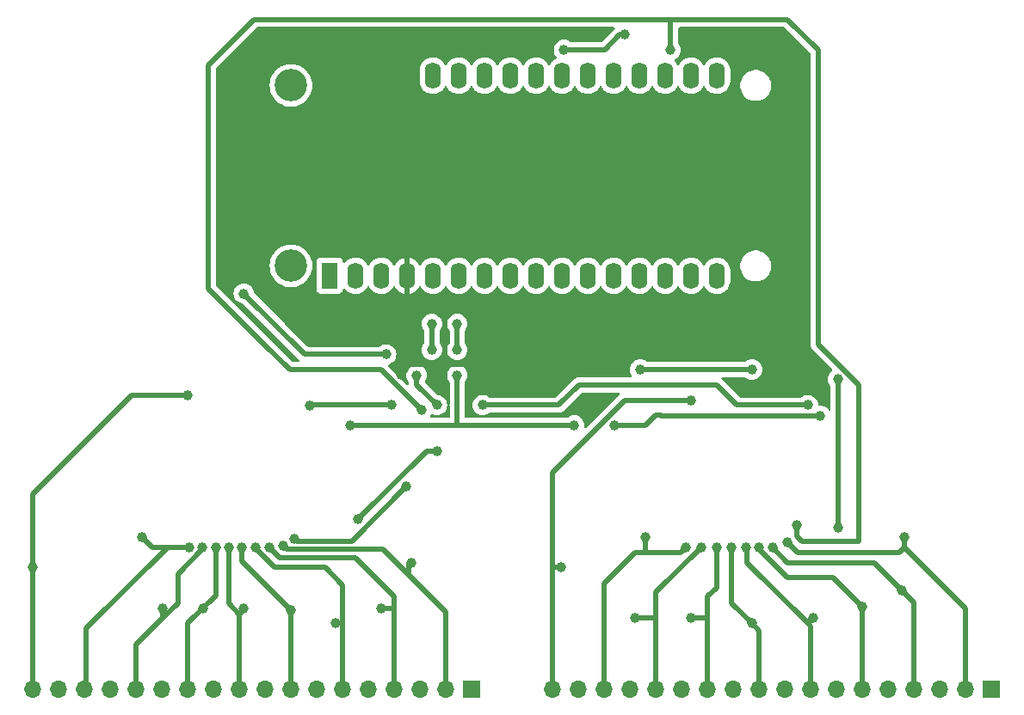
<source format=gbr>
%TF.GenerationSoftware,KiCad,Pcbnew,8.0.8*%
%TF.CreationDate,2025-11-20T00:17:19-08:00*%
%TF.ProjectId,PosturePad,506f7374-7572-4655-9061-642e6b696361,rev?*%
%TF.SameCoordinates,Original*%
%TF.FileFunction,Copper,L2,Bot*%
%TF.FilePolarity,Positive*%
%FSLAX46Y46*%
G04 Gerber Fmt 4.6, Leading zero omitted, Abs format (unit mm)*
G04 Created by KiCad (PCBNEW 8.0.8) date 2025-11-20 00:17:19*
%MOMM*%
%LPD*%
G01*
G04 APERTURE LIST*
%TA.AperFunction,ComponentPad*%
%ADD10R,1.700000X1.700000*%
%TD*%
%TA.AperFunction,ComponentPad*%
%ADD11O,1.700000X1.700000*%
%TD*%
%TA.AperFunction,WasherPad*%
%ADD12C,3.200000*%
%TD*%
%TA.AperFunction,ComponentPad*%
%ADD13R,1.600000X2.600000*%
%TD*%
%TA.AperFunction,ComponentPad*%
%ADD14O,1.600000X2.600000*%
%TD*%
%TA.AperFunction,ViaPad*%
%ADD15C,1.000000*%
%TD*%
%TA.AperFunction,Conductor*%
%ADD16C,0.500000*%
%TD*%
G04 APERTURE END LIST*
D10*
%TO.P,J2,1,Pin_1*%
%TO.N,+3.3V*%
X148440000Y-129000000D03*
D11*
%TO.P,J2,2,Pin_2*%
%TO.N,Net-(J2-Pin_2)*%
X145900000Y-129000000D03*
%TO.P,J2,3,Pin_3*%
%TO.N,+3.3V*%
X143360000Y-129000000D03*
%TO.P,J2,4,Pin_4*%
%TO.N,Net-(J2-Pin_4)*%
X140820000Y-129000000D03*
%TO.P,J2,5,Pin_5*%
%TO.N,+3.3V*%
X138280000Y-129000000D03*
%TO.P,J2,6,Pin_6*%
%TO.N,Net-(J2-Pin_6)*%
X135740000Y-129000000D03*
%TO.P,J2,7,Pin_7*%
%TO.N,+3.3V*%
X133200000Y-129000000D03*
%TO.P,J2,8,Pin_8*%
%TO.N,Net-(J2-Pin_8)*%
X130660000Y-129000000D03*
%TO.P,J2,9,Pin_9*%
%TO.N,+3.3V*%
X128120000Y-129000000D03*
%TO.P,J2,10,Pin_10*%
%TO.N,Net-(J2-Pin_10)*%
X125580000Y-129000000D03*
%TO.P,J2,11,Pin_11*%
%TO.N,+3.3V*%
X123040000Y-129000000D03*
%TO.P,J2,12,Pin_12*%
%TO.N,Net-(J2-Pin_12)*%
X120500000Y-129000000D03*
%TO.P,J2,13,Pin_13*%
%TO.N,+3.3V*%
X117960000Y-129000000D03*
%TO.P,J2,14,Pin_14*%
%TO.N,Net-(J2-Pin_14)*%
X115420000Y-129000000D03*
%TO.P,J2,15,Pin_15*%
%TO.N,+3.3V*%
X112880000Y-129000000D03*
%TO.P,J2,16,Pin_16*%
%TO.N,Net-(J2-Pin_16)*%
X110340000Y-129000000D03*
%TO.P,J2,17,Pin_17*%
%TO.N,+3.3V*%
X107800000Y-129000000D03*
%TO.P,J2,18,Pin_18*%
%TO.N,Net-(J2-Pin_18)*%
X105260000Y-129000000D03*
%TD*%
D12*
%TO.P,A1,*%
%TO.N,*%
X130640000Y-87282500D03*
X130640000Y-69502500D03*
D13*
%TO.P,A1,1,~{RESET}*%
%TO.N,unconnected-(A1-~{RESET}-Pad1)*%
X134450000Y-88252500D03*
D14*
%TO.P,A1,2,3V3*%
%TO.N,+3.3V*%
X136990000Y-88252500D03*
%TO.P,A1,3,NC*%
%TO.N,unconnected-(A1-NC-Pad3)*%
X139530000Y-88252500D03*
%TO.P,A1,4,GND*%
%TO.N,GND*%
X142070000Y-88252500D03*
%TO.P,A1,5,DAC2/A0*%
%TO.N,Net-(A1-DAC2{slash}A0)*%
X144610000Y-88252500D03*
%TO.P,A1,6,DAC1/A1*%
%TO.N,Net-(A1-DAC1{slash}A1)*%
X147150000Y-88252500D03*
%TO.P,A1,7,I34/A2*%
%TO.N,unconnected-(A1-I34{slash}A2-Pad7)*%
X149690000Y-88252500D03*
%TO.P,A1,8,I39/A3*%
%TO.N,unconnected-(A1-I39{slash}A3-Pad8)*%
X152230000Y-88252500D03*
%TO.P,A1,9,IO36/A4*%
%TO.N,unconnected-(A1-IO36{slash}A4-Pad9)*%
X154770000Y-88252500D03*
%TO.P,A1,10,IO4/A5*%
%TO.N,unconnected-(A1-IO4{slash}A5-Pad10)*%
X157310000Y-88252500D03*
%TO.P,A1,11,SCK/IO5*%
%TO.N,unconnected-(A1-SCK{slash}IO5-Pad11)*%
X159850000Y-88252500D03*
%TO.P,A1,12,MOSI/IO18*%
%TO.N,unconnected-(A1-MOSI{slash}IO18-Pad12)*%
X162390000Y-88252500D03*
%TO.P,A1,13,MISO/IO19*%
%TO.N,unconnected-(A1-MISO{slash}IO19-Pad13)*%
X164930000Y-88252500D03*
%TO.P,A1,14,RX/IO16*%
%TO.N,unconnected-(A1-RX{slash}IO16-Pad14)*%
X167470000Y-88252500D03*
%TO.P,A1,15,TX/IO17*%
%TO.N,unconnected-(A1-TX{slash}IO17-Pad15)*%
X170010000Y-88252500D03*
%TO.P,A1,16,IO21*%
%TO.N,unconnected-(A1-IO21-Pad16)*%
X172550000Y-88252500D03*
%TO.P,A1,17,SDA/IO23*%
%TO.N,unconnected-(A1-SDA{slash}IO23-Pad17)*%
X172550000Y-68532500D03*
%TO.P,A1,18,SCL/IO22*%
%TO.N,unconnected-(A1-SCL{slash}IO22-Pad18)*%
X170010000Y-68532500D03*
%TO.P,A1,19,A6/IO14*%
%TO.N,Net-(A1-A6{slash}IO14)*%
X167470000Y-68532500D03*
%TO.P,A1,20,A7/IO32*%
%TO.N,Net-(A1-A7{slash}IO32)*%
X164930000Y-68532500D03*
%TO.P,A1,21,A8/IO15*%
%TO.N,unconnected-(A1-A8{slash}IO15-Pad21)*%
X162390000Y-68532500D03*
%TO.P,A1,22,A9/IO33*%
%TO.N,Net-(A1-A9{slash}IO33)*%
X159850000Y-68532500D03*
%TO.P,A1,23,A10/IO27*%
%TO.N,Net-(A1-A10{slash}IO27)*%
X157310000Y-68532500D03*
%TO.P,A1,24,A11/IO12*%
%TO.N,unconnected-(A1-A11{slash}IO12-Pad24)*%
X154770000Y-68532500D03*
%TO.P,A1,25,A12/IO13*%
%TO.N,unconnected-(A1-A12{slash}IO13-Pad25)*%
X152230000Y-68532500D03*
%TO.P,A1,26,USB*%
%TO.N,unconnected-(A1-USB-Pad26)*%
X149690000Y-68532500D03*
%TO.P,A1,27,EN*%
%TO.N,unconnected-(A1-EN-Pad27)*%
X147150000Y-68532500D03*
%TO.P,A1,28,VBAT*%
%TO.N,unconnected-(A1-VBAT-Pad28)*%
X144610000Y-68532500D03*
%TD*%
D10*
%TO.P,J1,1,Pin_1*%
%TO.N,+3.3V*%
X199560000Y-129000000D03*
D11*
%TO.P,J1,2,Pin_2*%
%TO.N,Net-(J1-Pin_2)*%
X197020000Y-129000000D03*
%TO.P,J1,3,Pin_3*%
%TO.N,+3.3V*%
X194480000Y-129000000D03*
%TO.P,J1,4,Pin_4*%
%TO.N,Net-(J1-Pin_4)*%
X191940000Y-129000000D03*
%TO.P,J1,5,Pin_5*%
%TO.N,+3.3V*%
X189400000Y-129000000D03*
%TO.P,J1,6,Pin_6*%
%TO.N,Net-(J1-Pin_6)*%
X186860000Y-129000000D03*
%TO.P,J1,7,Pin_7*%
%TO.N,+3.3V*%
X184320000Y-129000000D03*
%TO.P,J1,8,Pin_8*%
%TO.N,Net-(J1-Pin_8)*%
X181780000Y-129000000D03*
%TO.P,J1,9,Pin_9*%
%TO.N,+3.3V*%
X179240000Y-129000000D03*
%TO.P,J1,10,Pin_10*%
%TO.N,Net-(J1-Pin_10)*%
X176700000Y-129000000D03*
%TO.P,J1,11,Pin_11*%
%TO.N,+3.3V*%
X174160000Y-129000000D03*
%TO.P,J1,12,Pin_12*%
%TO.N,Net-(J1-Pin_12)*%
X171620000Y-129000000D03*
%TO.P,J1,13,Pin_13*%
%TO.N,+3.3V*%
X169080000Y-129000000D03*
%TO.P,J1,14,Pin_14*%
%TO.N,Net-(J1-Pin_14)*%
X166540000Y-129000000D03*
%TO.P,J1,15,Pin_15*%
%TO.N,+3.3V*%
X164000000Y-129000000D03*
%TO.P,J1,16,Pin_16*%
%TO.N,Net-(J1-Pin_16)*%
X161460000Y-129000000D03*
%TO.P,J1,17,Pin_17*%
%TO.N,+3.3V*%
X158920000Y-129000000D03*
%TO.P,J1,18,Pin_18*%
%TO.N,Net-(J1-Pin_18)*%
X156380000Y-129000000D03*
%TD*%
D15*
%TO.N,GND*%
X179000000Y-98000000D03*
X142000000Y-91000000D03*
X141500000Y-98000000D03*
%TO.N,Net-(J1-Pin_2)*%
X191000000Y-114000000D03*
X179500000Y-114500000D03*
%TO.N,Net-(J1-Pin_4)*%
X178000000Y-115000000D03*
X190750000Y-119250000D03*
%TO.N,Net-(J1-Pin_6)*%
X186860000Y-120860000D03*
X176699997Y-115000000D03*
%TO.N,Net-(J1-Pin_8)*%
X182000000Y-122000000D03*
X175399994Y-115000000D03*
%TO.N,Net-(A1-A7{slash}IO32)*%
X165000000Y-97500000D03*
X176000000Y-97500000D03*
%TO.N,Net-(J1-Pin_10)*%
X176000000Y-122500000D03*
X174000000Y-115000000D03*
%TO.N,Net-(J1-Pin_12)*%
X172500000Y-115000000D03*
X170000000Y-122000000D03*
%TO.N,Net-(J1-Pin_14)*%
X171000000Y-115000000D03*
X164500000Y-122000000D03*
%TO.N,Net-(J1-Pin_16)*%
X165500000Y-114000000D03*
X169500000Y-115000000D03*
%TO.N,Net-(J1-Pin_18)*%
X170000000Y-100500000D03*
X157175000Y-117000000D03*
%TO.N,Net-(J2-Pin_2)*%
X129867464Y-114882539D03*
X142500000Y-116500000D03*
%TO.N,Net-(J2-Pin_4)*%
X128500000Y-115000000D03*
X139500000Y-121000000D03*
%TO.N,Net-(J2-Pin_6)*%
X127135000Y-115000000D03*
X135000000Y-122500000D03*
%TO.N,Net-(J2-Pin_8)*%
X125834997Y-115000000D03*
X130660000Y-121160000D03*
%TO.N,Net-(J2-Pin_10)*%
X124534994Y-115000000D03*
X126000000Y-121000000D03*
%TO.N,Net-(J2-Pin_12)*%
X122000000Y-121000000D03*
X123234991Y-115000000D03*
%TO.N,Net-(J2-Pin_14)*%
X118000000Y-121000000D03*
X121934988Y-115000000D03*
%TO.N,Net-(J2-Pin_16)*%
X116000000Y-114000000D03*
X120634985Y-115000000D03*
%TO.N,Net-(J2-Pin_18)*%
X120500000Y-100000000D03*
X105260000Y-117000000D03*
%TO.N,Net-(A1-A6{slash}IO14)*%
X143500000Y-101500000D03*
X180390000Y-112800000D03*
X142000000Y-109000000D03*
X130979859Y-114150000D03*
X168000000Y-66000000D03*
%TO.N,Net-(A1-DAC1{slash}A1)*%
X158500000Y-103000000D03*
X147000000Y-98050000D03*
X182710000Y-102050000D03*
X136500000Y-103000000D03*
X147000000Y-95550000D03*
X162500000Y-103000000D03*
X147000000Y-93000000D03*
%TO.N,Net-(A1-A10{slash}IO27)*%
X137257537Y-112257537D03*
X126000000Y-90000000D03*
X163500000Y-64500000D03*
X157500000Y-66000000D03*
X143000000Y-98050000D03*
X145000000Y-101000000D03*
X140000000Y-96000000D03*
X145000000Y-105500000D03*
X184465077Y-98450000D03*
X184500000Y-113050000D03*
%TO.N,Net-(A1-DAC2{slash}A0)*%
X181500000Y-101000000D03*
X132500000Y-101050000D03*
X149500000Y-101000000D03*
X144500000Y-93000000D03*
X144500000Y-95550000D03*
X140500000Y-101000000D03*
%TD*%
D16*
%TO.N,GND*%
X150000000Y-96000000D02*
X177000000Y-96000000D01*
X142000000Y-97500000D02*
X141500000Y-98000000D01*
X149000000Y-97000000D02*
X150000000Y-96000000D01*
X142000000Y-97000000D02*
X149000000Y-97000000D01*
X177000000Y-96000000D02*
X179000000Y-98000000D01*
X142000000Y-97000000D02*
X142000000Y-97500000D01*
X142000000Y-91000000D02*
X142000000Y-97000000D01*
%TO.N,Net-(J1-Pin_2)*%
X179500000Y-114500000D02*
X180500000Y-115500000D01*
X197020000Y-121020000D02*
X197020000Y-129000000D01*
X190500000Y-115500000D02*
X191000000Y-115000000D01*
X191000000Y-115000000D02*
X197020000Y-121020000D01*
X180500000Y-115500000D02*
X190500000Y-115500000D01*
X191000000Y-115000000D02*
X191000000Y-114000000D01*
%TO.N,Net-(J1-Pin_4)*%
X178000000Y-115000000D02*
X179500000Y-116500000D01*
X191940000Y-129000000D02*
X191940000Y-120440000D01*
X179500000Y-116500000D02*
X188000000Y-116500000D01*
X188000000Y-116500000D02*
X190750000Y-119250000D01*
X191940000Y-120440000D02*
X190750000Y-119250000D01*
%TO.N,Net-(J1-Pin_6)*%
X176699997Y-115000000D02*
X176699997Y-115184922D01*
X179515075Y-118000000D02*
X184000000Y-118000000D01*
X184000000Y-118000000D02*
X186860000Y-120860000D01*
X186860000Y-120860000D02*
X186860000Y-129000000D01*
X176699997Y-115184922D02*
X179515075Y-118000000D01*
%TO.N,Net-(J1-Pin_8)*%
X181780000Y-129000000D02*
X181780000Y-122780000D01*
X175500000Y-115100006D02*
X175399994Y-115000000D01*
X181780000Y-122780000D02*
X181500000Y-122500000D01*
X175500000Y-116500000D02*
X175500000Y-115100006D01*
X181500000Y-122500000D02*
X182000000Y-122000000D01*
X181500000Y-122500000D02*
X175500000Y-116500000D01*
%TO.N,Net-(A1-A7{slash}IO32)*%
X165000000Y-97500000D02*
X176000000Y-97500000D01*
%TO.N,Net-(J1-Pin_10)*%
X174000000Y-120500000D02*
X176000000Y-122500000D01*
X176000000Y-122500000D02*
X175750000Y-122250000D01*
X174000000Y-115000000D02*
X174000000Y-120500000D01*
X176000000Y-122500000D02*
X176700000Y-123200000D01*
X176700000Y-123200000D02*
X176700000Y-129000000D01*
%TO.N,Net-(J1-Pin_12)*%
X171620000Y-122000000D02*
X171620000Y-129000000D01*
X172500000Y-115000000D02*
X172500000Y-119000000D01*
X171620000Y-122000000D02*
X170000000Y-122000000D01*
X172500000Y-119000000D02*
X171620000Y-119880000D01*
X171620000Y-119880000D02*
X171620000Y-122000000D01*
%TO.N,Net-(J1-Pin_14)*%
X166540000Y-119460000D02*
X166540000Y-122000000D01*
X171000000Y-115000000D02*
X166540000Y-119460000D01*
X166540000Y-122000000D02*
X166540000Y-129000000D01*
X166540000Y-122000000D02*
X164500000Y-122000000D01*
%TO.N,Net-(J1-Pin_16)*%
X165500000Y-115500000D02*
X165500000Y-114000000D01*
X165500000Y-115500000D02*
X169000000Y-115500000D01*
X161460000Y-118540000D02*
X164500000Y-115500000D01*
X169000000Y-115500000D02*
X169500000Y-115000000D01*
X164500000Y-115500000D02*
X165500000Y-115500000D01*
X161460000Y-129000000D02*
X161460000Y-118540000D01*
%TO.N,Net-(J1-Pin_18)*%
X156380000Y-117000000D02*
X156380000Y-129000000D01*
X156380000Y-117000000D02*
X157175000Y-117000000D01*
X156380000Y-107620000D02*
X156380000Y-117000000D01*
X163500000Y-100500000D02*
X156380000Y-107620000D01*
X170000000Y-100500000D02*
X163500000Y-100500000D01*
%TO.N,Net-(J2-Pin_2)*%
X142250000Y-116750000D02*
X142500000Y-116500000D01*
X130184925Y-115200000D02*
X139700000Y-115200000D01*
X129867464Y-114882539D02*
X130184925Y-115200000D01*
X142250000Y-117750000D02*
X142250000Y-116750000D01*
X139700000Y-115200000D02*
X142250000Y-117750000D01*
X145900000Y-121400000D02*
X145900000Y-129000000D01*
X142250000Y-117750000D02*
X145900000Y-121400000D01*
%TO.N,Net-(J2-Pin_4)*%
X140820000Y-121000000D02*
X140820000Y-129000000D01*
X140820000Y-121000000D02*
X139500000Y-121000000D01*
X128500000Y-115000000D02*
X129500000Y-116000000D01*
X140820000Y-119820000D02*
X140820000Y-121000000D01*
X137000000Y-116000000D02*
X140820000Y-119820000D01*
X129500000Y-116000000D02*
X137000000Y-116000000D01*
%TO.N,Net-(J2-Pin_6)*%
X127135000Y-115000000D02*
X127135000Y-115135000D01*
X135740000Y-122500000D02*
X135000000Y-122500000D01*
X127135000Y-115135000D02*
X129000000Y-117000000D01*
X135740000Y-122500000D02*
X135740000Y-129000000D01*
X129000000Y-117000000D02*
X134000000Y-117000000D01*
X135740000Y-118740000D02*
X135740000Y-122500000D01*
X134000000Y-117000000D02*
X135740000Y-118740000D01*
%TO.N,Net-(J2-Pin_8)*%
X125834997Y-115000000D02*
X125834997Y-116334997D01*
X125834997Y-116334997D02*
X130660000Y-121160000D01*
X130660000Y-121160000D02*
X130660000Y-129000000D01*
%TO.N,Net-(J2-Pin_10)*%
X125580000Y-121580000D02*
X125580000Y-129000000D01*
X124534994Y-115000000D02*
X124500000Y-115034994D01*
X125580000Y-121580000D02*
X126000000Y-121160000D01*
X124500000Y-115034994D02*
X124500000Y-120500000D01*
X126000000Y-121160000D02*
X126000000Y-121000000D01*
X124500000Y-120500000D02*
X125580000Y-121580000D01*
%TO.N,Net-(J2-Pin_12)*%
X123234991Y-119765009D02*
X120500000Y-122500000D01*
X120500000Y-122500000D02*
X120500000Y-129000000D01*
X123234991Y-115000000D02*
X123234991Y-119765009D01*
%TO.N,Net-(J2-Pin_14)*%
X115420000Y-124580000D02*
X115420000Y-129000000D01*
X118000000Y-122000000D02*
X118000000Y-121000000D01*
X119500000Y-120500000D02*
X118000000Y-122000000D01*
X118000000Y-122000000D02*
X115420000Y-124580000D01*
X121934988Y-115184922D02*
X119500000Y-117619910D01*
X121934988Y-115000000D02*
X121934988Y-115184922D01*
X119500000Y-117619910D02*
X119500000Y-120500000D01*
%TO.N,Net-(J2-Pin_16)*%
X110500000Y-128840000D02*
X110340000Y-129000000D01*
X116000000Y-114000000D02*
X117000000Y-115000000D01*
X118500000Y-115000000D02*
X110500000Y-123000000D01*
X110500000Y-123000000D02*
X110500000Y-128840000D01*
X117000000Y-115000000D02*
X118500000Y-115000000D01*
X120634985Y-115000000D02*
X118500000Y-115000000D01*
%TO.N,Net-(J2-Pin_18)*%
X105260000Y-117000000D02*
X105260000Y-129000000D01*
X105260000Y-109740000D02*
X115000000Y-100000000D01*
X115000000Y-100000000D02*
X120500000Y-100000000D01*
X105260000Y-117000000D02*
X105260000Y-109740000D01*
%TO.N,Net-(A1-A6{slash}IO14)*%
X182500000Y-66000000D02*
X182500000Y-95000000D01*
X130979859Y-114150000D02*
X131229859Y-114400000D01*
X168000000Y-63000000D02*
X127000000Y-63000000D01*
X130500000Y-97500000D02*
X137500000Y-97500000D01*
X182500000Y-95000000D02*
X186500000Y-99000000D01*
X131229859Y-114400000D02*
X136600000Y-114400000D01*
X186500000Y-99000000D02*
X186500000Y-114400000D01*
X180900000Y-114400000D02*
X180390000Y-113890000D01*
X168000000Y-63000000D02*
X179500000Y-63000000D01*
X179500000Y-63000000D02*
X182500000Y-66000000D01*
X128000000Y-95000000D02*
X130500000Y-97500000D01*
X139500000Y-97500000D02*
X143500000Y-101500000D01*
X137500000Y-97500000D02*
X139500000Y-97500000D01*
X122500000Y-89500000D02*
X128000000Y-95000000D01*
X180390000Y-113890000D02*
X180390000Y-112800000D01*
X186500000Y-114400000D02*
X180900000Y-114400000D01*
X168000000Y-66000000D02*
X168000000Y-63000000D01*
X127000000Y-63000000D02*
X122500000Y-67500000D01*
X122500000Y-67500000D02*
X122500000Y-89500000D01*
X136600000Y-114400000D02*
X142000000Y-109000000D01*
%TO.N,Net-(A1-DAC1{slash}A1)*%
X182710000Y-102050000D02*
X167050000Y-102050000D01*
X165500000Y-103000000D02*
X162500000Y-103000000D01*
X147000000Y-98050000D02*
X147000000Y-103000000D01*
X147000000Y-103000000D02*
X158500000Y-103000000D01*
X147000000Y-95550000D02*
X147000000Y-93000000D01*
X167000000Y-102000000D02*
X166500000Y-102000000D01*
X166500000Y-102000000D02*
X165500000Y-103000000D01*
X167050000Y-102050000D02*
X167000000Y-102000000D01*
X147000000Y-103000000D02*
X136500000Y-103000000D01*
%TO.N,Net-(A1-A10{slash}IO27)*%
X132000000Y-96000000D02*
X140000000Y-96000000D01*
X161500000Y-66000000D02*
X163000000Y-64500000D01*
X126000000Y-90000000D02*
X132000000Y-96000000D01*
X145000000Y-105500000D02*
X144015074Y-105500000D01*
X143000000Y-98050000D02*
X143000000Y-99000000D01*
X157500000Y-66000000D02*
X161500000Y-66000000D01*
X144015074Y-105500000D02*
X137257537Y-112257537D01*
X143000000Y-99000000D02*
X145000000Y-101000000D01*
X184500000Y-98484923D02*
X184500000Y-113050000D01*
X184465077Y-98450000D02*
X184500000Y-98484923D01*
X163000000Y-64500000D02*
X163500000Y-64500000D01*
%TO.N,Net-(A1-DAC2{slash}A0)*%
X144500000Y-93000000D02*
X144500000Y-95550000D01*
X159000000Y-99000000D02*
X172500000Y-99000000D01*
X132500000Y-101050000D02*
X132550000Y-101000000D01*
X172500000Y-99000000D02*
X174500000Y-101000000D01*
X174500000Y-101000000D02*
X181500000Y-101000000D01*
X157000000Y-101000000D02*
X159000000Y-99000000D01*
X132550000Y-101000000D02*
X140500000Y-101000000D01*
X149500000Y-101000000D02*
X157000000Y-101000000D01*
%TD*%
%TA.AperFunction,Conductor*%
%TO.N,GND*%
G36*
X162455809Y-63770185D02*
G01*
X162501564Y-63822989D01*
X162511508Y-63892147D01*
X162482483Y-63955703D01*
X162476451Y-63962181D01*
X161225451Y-65213181D01*
X161164128Y-65246666D01*
X161137770Y-65249500D01*
X158206978Y-65249500D01*
X158139939Y-65229815D01*
X158128313Y-65221353D01*
X158058539Y-65164090D01*
X158058532Y-65164086D01*
X157884733Y-65071188D01*
X157884727Y-65071186D01*
X157696132Y-65013976D01*
X157696129Y-65013975D01*
X157500000Y-64994659D01*
X157303870Y-65013975D01*
X157115266Y-65071188D01*
X156941467Y-65164086D01*
X156941460Y-65164090D01*
X156789116Y-65289116D01*
X156664090Y-65441460D01*
X156664086Y-65441467D01*
X156571188Y-65615266D01*
X156513975Y-65803870D01*
X156494659Y-66000000D01*
X156513975Y-66196129D01*
X156571188Y-66384733D01*
X156664086Y-66558532D01*
X156664090Y-66558539D01*
X156765067Y-66681578D01*
X156792380Y-66745888D01*
X156780589Y-66814755D01*
X156733437Y-66866315D01*
X156725509Y-66870728D01*
X156628386Y-66920215D01*
X156462786Y-67040528D01*
X156318028Y-67185286D01*
X156197715Y-67350886D01*
X156150485Y-67443580D01*
X156102510Y-67494376D01*
X156034689Y-67511171D01*
X155968554Y-67488634D01*
X155929515Y-67443580D01*
X155920598Y-67426079D01*
X155882287Y-67350890D01*
X155874556Y-67340249D01*
X155761971Y-67185286D01*
X155617213Y-67040528D01*
X155451613Y-66920215D01*
X155451612Y-66920214D01*
X155451610Y-66920213D01*
X155364482Y-66875819D01*
X155269223Y-66827281D01*
X155074534Y-66764022D01*
X154899995Y-66736378D01*
X154872352Y-66732000D01*
X154667648Y-66732000D01*
X154643329Y-66735851D01*
X154465465Y-66764022D01*
X154270776Y-66827281D01*
X154088386Y-66920215D01*
X153922786Y-67040528D01*
X153778028Y-67185286D01*
X153657715Y-67350886D01*
X153610485Y-67443580D01*
X153562510Y-67494376D01*
X153494689Y-67511171D01*
X153428554Y-67488634D01*
X153389515Y-67443580D01*
X153380598Y-67426079D01*
X153342287Y-67350890D01*
X153334556Y-67340249D01*
X153221971Y-67185286D01*
X153077213Y-67040528D01*
X152911613Y-66920215D01*
X152911612Y-66920214D01*
X152911610Y-66920213D01*
X152824482Y-66875819D01*
X152729223Y-66827281D01*
X152534534Y-66764022D01*
X152359995Y-66736378D01*
X152332352Y-66732000D01*
X152127648Y-66732000D01*
X152103329Y-66735851D01*
X151925465Y-66764022D01*
X151730776Y-66827281D01*
X151548386Y-66920215D01*
X151382786Y-67040528D01*
X151238028Y-67185286D01*
X151117715Y-67350886D01*
X151070485Y-67443580D01*
X151022510Y-67494376D01*
X150954689Y-67511171D01*
X150888554Y-67488634D01*
X150849515Y-67443580D01*
X150840598Y-67426079D01*
X150802287Y-67350890D01*
X150794556Y-67340249D01*
X150681971Y-67185286D01*
X150537213Y-67040528D01*
X150371613Y-66920215D01*
X150371612Y-66920214D01*
X150371610Y-66920213D01*
X150284482Y-66875819D01*
X150189223Y-66827281D01*
X149994534Y-66764022D01*
X149819995Y-66736378D01*
X149792352Y-66732000D01*
X149587648Y-66732000D01*
X149563329Y-66735851D01*
X149385465Y-66764022D01*
X149190776Y-66827281D01*
X149008386Y-66920215D01*
X148842786Y-67040528D01*
X148698028Y-67185286D01*
X148577715Y-67350886D01*
X148530485Y-67443580D01*
X148482510Y-67494376D01*
X148414689Y-67511171D01*
X148348554Y-67488634D01*
X148309515Y-67443580D01*
X148300598Y-67426079D01*
X148262287Y-67350890D01*
X148254556Y-67340249D01*
X148141971Y-67185286D01*
X147997213Y-67040528D01*
X147831613Y-66920215D01*
X147831612Y-66920214D01*
X147831610Y-66920213D01*
X147744482Y-66875819D01*
X147649223Y-66827281D01*
X147454534Y-66764022D01*
X147279995Y-66736378D01*
X147252352Y-66732000D01*
X147047648Y-66732000D01*
X147023329Y-66735851D01*
X146845465Y-66764022D01*
X146650776Y-66827281D01*
X146468386Y-66920215D01*
X146302786Y-67040528D01*
X146158028Y-67185286D01*
X146037715Y-67350886D01*
X145990485Y-67443580D01*
X145942510Y-67494376D01*
X145874689Y-67511171D01*
X145808554Y-67488634D01*
X145769515Y-67443580D01*
X145760598Y-67426079D01*
X145722287Y-67350890D01*
X145714556Y-67340249D01*
X145601971Y-67185286D01*
X145457213Y-67040528D01*
X145291613Y-66920215D01*
X145291612Y-66920214D01*
X145291610Y-66920213D01*
X145204482Y-66875819D01*
X145109223Y-66827281D01*
X144914534Y-66764022D01*
X144739995Y-66736378D01*
X144712352Y-66732000D01*
X144507648Y-66732000D01*
X144483329Y-66735851D01*
X144305465Y-66764022D01*
X144110776Y-66827281D01*
X143928386Y-66920215D01*
X143762786Y-67040528D01*
X143618028Y-67185286D01*
X143497715Y-67350886D01*
X143404781Y-67533276D01*
X143341522Y-67727965D01*
X143309500Y-67930148D01*
X143309500Y-69134851D01*
X143341522Y-69337034D01*
X143404781Y-69531723D01*
X143497715Y-69714113D01*
X143618028Y-69879713D01*
X143762786Y-70024471D01*
X143847715Y-70086174D01*
X143928390Y-70144787D01*
X144044607Y-70204003D01*
X144110776Y-70237718D01*
X144110778Y-70237718D01*
X144110781Y-70237720D01*
X144215137Y-70271627D01*
X144305465Y-70300977D01*
X144406557Y-70316988D01*
X144507648Y-70333000D01*
X144507649Y-70333000D01*
X144712351Y-70333000D01*
X144712352Y-70333000D01*
X144914534Y-70300977D01*
X145109219Y-70237720D01*
X145291610Y-70144787D01*
X145393814Y-70070532D01*
X145457213Y-70024471D01*
X145457215Y-70024468D01*
X145457219Y-70024466D01*
X145601966Y-69879719D01*
X145601968Y-69879715D01*
X145601971Y-69879713D01*
X145722284Y-69714114D01*
X145722285Y-69714113D01*
X145722287Y-69714110D01*
X145769516Y-69621417D01*
X145817489Y-69570623D01*
X145885310Y-69553828D01*
X145951445Y-69576365D01*
X145990483Y-69621417D01*
X145990868Y-69622171D01*
X146037715Y-69714114D01*
X146158028Y-69879713D01*
X146302786Y-70024471D01*
X146387715Y-70086174D01*
X146468390Y-70144787D01*
X146584607Y-70204003D01*
X146650776Y-70237718D01*
X146650778Y-70237718D01*
X146650781Y-70237720D01*
X146755137Y-70271627D01*
X146845465Y-70300977D01*
X146946557Y-70316988D01*
X147047648Y-70333000D01*
X147047649Y-70333000D01*
X147252351Y-70333000D01*
X147252352Y-70333000D01*
X147454534Y-70300977D01*
X147649219Y-70237720D01*
X147831610Y-70144787D01*
X147933814Y-70070532D01*
X147997213Y-70024471D01*
X147997215Y-70024468D01*
X147997219Y-70024466D01*
X148141966Y-69879719D01*
X148141968Y-69879715D01*
X148141971Y-69879713D01*
X148262284Y-69714114D01*
X148262285Y-69714113D01*
X148262287Y-69714110D01*
X148309516Y-69621417D01*
X148357489Y-69570623D01*
X148425310Y-69553828D01*
X148491445Y-69576365D01*
X148530483Y-69621417D01*
X148530868Y-69622171D01*
X148577715Y-69714114D01*
X148698028Y-69879713D01*
X148842786Y-70024471D01*
X148927715Y-70086174D01*
X149008390Y-70144787D01*
X149124607Y-70204003D01*
X149190776Y-70237718D01*
X149190778Y-70237718D01*
X149190781Y-70237720D01*
X149295137Y-70271627D01*
X149385465Y-70300977D01*
X149486557Y-70316988D01*
X149587648Y-70333000D01*
X149587649Y-70333000D01*
X149792351Y-70333000D01*
X149792352Y-70333000D01*
X149994534Y-70300977D01*
X150189219Y-70237720D01*
X150371610Y-70144787D01*
X150473814Y-70070532D01*
X150537213Y-70024471D01*
X150537215Y-70024468D01*
X150537219Y-70024466D01*
X150681966Y-69879719D01*
X150681968Y-69879715D01*
X150681971Y-69879713D01*
X150802284Y-69714114D01*
X150802285Y-69714113D01*
X150802287Y-69714110D01*
X150849516Y-69621417D01*
X150897489Y-69570623D01*
X150965310Y-69553828D01*
X151031445Y-69576365D01*
X151070483Y-69621417D01*
X151070868Y-69622171D01*
X151117715Y-69714114D01*
X151238028Y-69879713D01*
X151382786Y-70024471D01*
X151467715Y-70086174D01*
X151548390Y-70144787D01*
X151664607Y-70204003D01*
X151730776Y-70237718D01*
X151730778Y-70237718D01*
X151730781Y-70237720D01*
X151835137Y-70271627D01*
X151925465Y-70300977D01*
X152026557Y-70316988D01*
X152127648Y-70333000D01*
X152127649Y-70333000D01*
X152332351Y-70333000D01*
X152332352Y-70333000D01*
X152534534Y-70300977D01*
X152729219Y-70237720D01*
X152911610Y-70144787D01*
X153013814Y-70070532D01*
X153077213Y-70024471D01*
X153077215Y-70024468D01*
X153077219Y-70024466D01*
X153221966Y-69879719D01*
X153221968Y-69879715D01*
X153221971Y-69879713D01*
X153342284Y-69714114D01*
X153342285Y-69714113D01*
X153342287Y-69714110D01*
X153389516Y-69621417D01*
X153437489Y-69570623D01*
X153505310Y-69553828D01*
X153571445Y-69576365D01*
X153610483Y-69621417D01*
X153610868Y-69622171D01*
X153657715Y-69714114D01*
X153778028Y-69879713D01*
X153922786Y-70024471D01*
X154007715Y-70086174D01*
X154088390Y-70144787D01*
X154204607Y-70204003D01*
X154270776Y-70237718D01*
X154270778Y-70237718D01*
X154270781Y-70237720D01*
X154375137Y-70271627D01*
X154465465Y-70300977D01*
X154566557Y-70316988D01*
X154667648Y-70333000D01*
X154667649Y-70333000D01*
X154872351Y-70333000D01*
X154872352Y-70333000D01*
X155074534Y-70300977D01*
X155269219Y-70237720D01*
X155451610Y-70144787D01*
X155553814Y-70070532D01*
X155617213Y-70024471D01*
X155617215Y-70024468D01*
X155617219Y-70024466D01*
X155761966Y-69879719D01*
X155761968Y-69879715D01*
X155761971Y-69879713D01*
X155882284Y-69714114D01*
X155882285Y-69714113D01*
X155882287Y-69714110D01*
X155929516Y-69621417D01*
X155977489Y-69570623D01*
X156045310Y-69553828D01*
X156111445Y-69576365D01*
X156150483Y-69621417D01*
X156150868Y-69622171D01*
X156197715Y-69714114D01*
X156318028Y-69879713D01*
X156462786Y-70024471D01*
X156547715Y-70086174D01*
X156628390Y-70144787D01*
X156744607Y-70204003D01*
X156810776Y-70237718D01*
X156810778Y-70237718D01*
X156810781Y-70237720D01*
X156915137Y-70271627D01*
X157005465Y-70300977D01*
X157106557Y-70316988D01*
X157207648Y-70333000D01*
X157207649Y-70333000D01*
X157412351Y-70333000D01*
X157412352Y-70333000D01*
X157614534Y-70300977D01*
X157809219Y-70237720D01*
X157991610Y-70144787D01*
X158093814Y-70070532D01*
X158157213Y-70024471D01*
X158157215Y-70024468D01*
X158157219Y-70024466D01*
X158301966Y-69879719D01*
X158301968Y-69879715D01*
X158301971Y-69879713D01*
X158422284Y-69714114D01*
X158422285Y-69714113D01*
X158422287Y-69714110D01*
X158469516Y-69621417D01*
X158517489Y-69570623D01*
X158585310Y-69553828D01*
X158651445Y-69576365D01*
X158690483Y-69621417D01*
X158690868Y-69622171D01*
X158737715Y-69714114D01*
X158858028Y-69879713D01*
X159002786Y-70024471D01*
X159087715Y-70086174D01*
X159168390Y-70144787D01*
X159284607Y-70204003D01*
X159350776Y-70237718D01*
X159350778Y-70237718D01*
X159350781Y-70237720D01*
X159455137Y-70271627D01*
X159545465Y-70300977D01*
X159646557Y-70316988D01*
X159747648Y-70333000D01*
X159747649Y-70333000D01*
X159952351Y-70333000D01*
X159952352Y-70333000D01*
X160154534Y-70300977D01*
X160349219Y-70237720D01*
X160531610Y-70144787D01*
X160633814Y-70070532D01*
X160697213Y-70024471D01*
X160697215Y-70024468D01*
X160697219Y-70024466D01*
X160841966Y-69879719D01*
X160841968Y-69879715D01*
X160841971Y-69879713D01*
X160962284Y-69714114D01*
X160962285Y-69714113D01*
X160962287Y-69714110D01*
X161009516Y-69621417D01*
X161057489Y-69570623D01*
X161125310Y-69553828D01*
X161191445Y-69576365D01*
X161230483Y-69621417D01*
X161230868Y-69622171D01*
X161277715Y-69714114D01*
X161398028Y-69879713D01*
X161542786Y-70024471D01*
X161627715Y-70086174D01*
X161708390Y-70144787D01*
X161824607Y-70204003D01*
X161890776Y-70237718D01*
X161890778Y-70237718D01*
X161890781Y-70237720D01*
X161995137Y-70271627D01*
X162085465Y-70300977D01*
X162186557Y-70316988D01*
X162287648Y-70333000D01*
X162287649Y-70333000D01*
X162492351Y-70333000D01*
X162492352Y-70333000D01*
X162694534Y-70300977D01*
X162889219Y-70237720D01*
X163071610Y-70144787D01*
X163173814Y-70070532D01*
X163237213Y-70024471D01*
X163237215Y-70024468D01*
X163237219Y-70024466D01*
X163381966Y-69879719D01*
X163381968Y-69879715D01*
X163381971Y-69879713D01*
X163502284Y-69714114D01*
X163502285Y-69714113D01*
X163502287Y-69714110D01*
X163549516Y-69621417D01*
X163597489Y-69570623D01*
X163665310Y-69553828D01*
X163731445Y-69576365D01*
X163770483Y-69621417D01*
X163770868Y-69622171D01*
X163817715Y-69714114D01*
X163938028Y-69879713D01*
X164082786Y-70024471D01*
X164167715Y-70086174D01*
X164248390Y-70144787D01*
X164364607Y-70204003D01*
X164430776Y-70237718D01*
X164430778Y-70237718D01*
X164430781Y-70237720D01*
X164535137Y-70271627D01*
X164625465Y-70300977D01*
X164726557Y-70316988D01*
X164827648Y-70333000D01*
X164827649Y-70333000D01*
X165032351Y-70333000D01*
X165032352Y-70333000D01*
X165234534Y-70300977D01*
X165429219Y-70237720D01*
X165611610Y-70144787D01*
X165713814Y-70070532D01*
X165777213Y-70024471D01*
X165777215Y-70024468D01*
X165777219Y-70024466D01*
X165921966Y-69879719D01*
X165921968Y-69879715D01*
X165921971Y-69879713D01*
X166042284Y-69714114D01*
X166042285Y-69714113D01*
X166042287Y-69714110D01*
X166089516Y-69621417D01*
X166137489Y-69570623D01*
X166205310Y-69553828D01*
X166271445Y-69576365D01*
X166310483Y-69621417D01*
X166310868Y-69622171D01*
X166357715Y-69714114D01*
X166478028Y-69879713D01*
X166622786Y-70024471D01*
X166707715Y-70086174D01*
X166788390Y-70144787D01*
X166904607Y-70204003D01*
X166970776Y-70237718D01*
X166970778Y-70237718D01*
X166970781Y-70237720D01*
X167075137Y-70271627D01*
X167165465Y-70300977D01*
X167266557Y-70316988D01*
X167367648Y-70333000D01*
X167367649Y-70333000D01*
X167572351Y-70333000D01*
X167572352Y-70333000D01*
X167774534Y-70300977D01*
X167969219Y-70237720D01*
X168151610Y-70144787D01*
X168253814Y-70070532D01*
X168317213Y-70024471D01*
X168317215Y-70024468D01*
X168317219Y-70024466D01*
X168461966Y-69879719D01*
X168461968Y-69879715D01*
X168461971Y-69879713D01*
X168582284Y-69714114D01*
X168582285Y-69714113D01*
X168582287Y-69714110D01*
X168629516Y-69621417D01*
X168677489Y-69570623D01*
X168745310Y-69553828D01*
X168811445Y-69576365D01*
X168850483Y-69621417D01*
X168850868Y-69622171D01*
X168897715Y-69714114D01*
X169018028Y-69879713D01*
X169162786Y-70024471D01*
X169247715Y-70086174D01*
X169328390Y-70144787D01*
X169444607Y-70204003D01*
X169510776Y-70237718D01*
X169510778Y-70237718D01*
X169510781Y-70237720D01*
X169615137Y-70271627D01*
X169705465Y-70300977D01*
X169806557Y-70316988D01*
X169907648Y-70333000D01*
X169907649Y-70333000D01*
X170112351Y-70333000D01*
X170112352Y-70333000D01*
X170314534Y-70300977D01*
X170509219Y-70237720D01*
X170691610Y-70144787D01*
X170793814Y-70070532D01*
X170857213Y-70024471D01*
X170857215Y-70024468D01*
X170857219Y-70024466D01*
X171001966Y-69879719D01*
X171001968Y-69879715D01*
X171001971Y-69879713D01*
X171122284Y-69714114D01*
X171122285Y-69714113D01*
X171122287Y-69714110D01*
X171169516Y-69621417D01*
X171217489Y-69570623D01*
X171285310Y-69553828D01*
X171351445Y-69576365D01*
X171390483Y-69621417D01*
X171390868Y-69622171D01*
X171437715Y-69714114D01*
X171558028Y-69879713D01*
X171702786Y-70024471D01*
X171787715Y-70086174D01*
X171868390Y-70144787D01*
X171984607Y-70204003D01*
X172050776Y-70237718D01*
X172050778Y-70237718D01*
X172050781Y-70237720D01*
X172155137Y-70271627D01*
X172245465Y-70300977D01*
X172346557Y-70316988D01*
X172447648Y-70333000D01*
X172447649Y-70333000D01*
X172652351Y-70333000D01*
X172652352Y-70333000D01*
X172854534Y-70300977D01*
X173049219Y-70237720D01*
X173231610Y-70144787D01*
X173333814Y-70070532D01*
X173397213Y-70024471D01*
X173397215Y-70024468D01*
X173397219Y-70024466D01*
X173541966Y-69879719D01*
X173541968Y-69879715D01*
X173541971Y-69879713D01*
X173594732Y-69807090D01*
X173662287Y-69714110D01*
X173755220Y-69531719D01*
X173803598Y-69382828D01*
X174839500Y-69382828D01*
X174839500Y-69622171D01*
X174876939Y-69858551D01*
X174950898Y-70086174D01*
X175059554Y-70299419D01*
X175200221Y-70493032D01*
X175200225Y-70493037D01*
X175369462Y-70662274D01*
X175369467Y-70662278D01*
X175538347Y-70784976D01*
X175563084Y-70802948D01*
X175698961Y-70872181D01*
X175776325Y-70911601D01*
X175776327Y-70911601D01*
X175776330Y-70911603D01*
X176003949Y-70985561D01*
X176125735Y-71004849D01*
X176240329Y-71023000D01*
X176240334Y-71023000D01*
X176479671Y-71023000D01*
X176584135Y-71006453D01*
X176716051Y-70985561D01*
X176943670Y-70911603D01*
X177156916Y-70802948D01*
X177350539Y-70662273D01*
X177519773Y-70493039D01*
X177660448Y-70299416D01*
X177769103Y-70086170D01*
X177843061Y-69858551D01*
X177865938Y-69714110D01*
X177880500Y-69622171D01*
X177880500Y-69382828D01*
X177854047Y-69215814D01*
X177843061Y-69146449D01*
X177769103Y-68918830D01*
X177769101Y-68918827D01*
X177769101Y-68918825D01*
X177729681Y-68841461D01*
X177660448Y-68705584D01*
X177630020Y-68663703D01*
X177519778Y-68511967D01*
X177519774Y-68511962D01*
X177350537Y-68342725D01*
X177350532Y-68342721D01*
X177156919Y-68202054D01*
X177156918Y-68202053D01*
X177156916Y-68202052D01*
X177090324Y-68168121D01*
X176943674Y-68093398D01*
X176716051Y-68019439D01*
X176479671Y-67982000D01*
X176479666Y-67982000D01*
X176240334Y-67982000D01*
X176240329Y-67982000D01*
X176003948Y-68019439D01*
X175776325Y-68093398D01*
X175563080Y-68202054D01*
X175369467Y-68342721D01*
X175369462Y-68342725D01*
X175200225Y-68511962D01*
X175200221Y-68511967D01*
X175059554Y-68705580D01*
X174950898Y-68918825D01*
X174876939Y-69146448D01*
X174839500Y-69382828D01*
X173803598Y-69382828D01*
X173818477Y-69337034D01*
X173850500Y-69134852D01*
X173850500Y-67930148D01*
X173818477Y-67727966D01*
X173755220Y-67533281D01*
X173755218Y-67533278D01*
X173755218Y-67533276D01*
X173709515Y-67443580D01*
X173662287Y-67350890D01*
X173654556Y-67340249D01*
X173541971Y-67185286D01*
X173397213Y-67040528D01*
X173231613Y-66920215D01*
X173231612Y-66920214D01*
X173231610Y-66920213D01*
X173144482Y-66875819D01*
X173049223Y-66827281D01*
X172854534Y-66764022D01*
X172679995Y-66736378D01*
X172652352Y-66732000D01*
X172447648Y-66732000D01*
X172423329Y-66735851D01*
X172245465Y-66764022D01*
X172050776Y-66827281D01*
X171868386Y-66920215D01*
X171702786Y-67040528D01*
X171558028Y-67185286D01*
X171437715Y-67350886D01*
X171390485Y-67443580D01*
X171342510Y-67494376D01*
X171274689Y-67511171D01*
X171208554Y-67488634D01*
X171169515Y-67443580D01*
X171160598Y-67426079D01*
X171122287Y-67350890D01*
X171114556Y-67340249D01*
X171001971Y-67185286D01*
X170857213Y-67040528D01*
X170691613Y-66920215D01*
X170691612Y-66920214D01*
X170691610Y-66920213D01*
X170604482Y-66875819D01*
X170509223Y-66827281D01*
X170314534Y-66764022D01*
X170139995Y-66736378D01*
X170112352Y-66732000D01*
X169907648Y-66732000D01*
X169883329Y-66735851D01*
X169705465Y-66764022D01*
X169510776Y-66827281D01*
X169328386Y-66920215D01*
X169162786Y-67040528D01*
X169018028Y-67185286D01*
X168897715Y-67350886D01*
X168850485Y-67443580D01*
X168802510Y-67494376D01*
X168734689Y-67511171D01*
X168668554Y-67488634D01*
X168629515Y-67443580D01*
X168620598Y-67426079D01*
X168582287Y-67350890D01*
X168574556Y-67340249D01*
X168461971Y-67185286D01*
X168386153Y-67109468D01*
X168352668Y-67048145D01*
X168357652Y-66978453D01*
X168399524Y-66922520D01*
X168415370Y-66912434D01*
X168558538Y-66835910D01*
X168710883Y-66710883D01*
X168835910Y-66558538D01*
X168928814Y-66384727D01*
X168986024Y-66196132D01*
X169005341Y-66000000D01*
X168986024Y-65803868D01*
X168928814Y-65615273D01*
X168928811Y-65615269D01*
X168928811Y-65615266D01*
X168835913Y-65441467D01*
X168835911Y-65441465D01*
X168835910Y-65441462D01*
X168815875Y-65417049D01*
X168778647Y-65371686D01*
X168751334Y-65307376D01*
X168750500Y-65293021D01*
X168750500Y-63874500D01*
X168770185Y-63807461D01*
X168822989Y-63761706D01*
X168874500Y-63750500D01*
X179137770Y-63750500D01*
X179204809Y-63770185D01*
X179225451Y-63786819D01*
X181713181Y-66274548D01*
X181746666Y-66335871D01*
X181749500Y-66362229D01*
X181749500Y-95073918D01*
X181749500Y-95073920D01*
X181749499Y-95073920D01*
X181778340Y-95218907D01*
X181778343Y-95218917D01*
X181834913Y-95355490D01*
X181834914Y-95355491D01*
X181834916Y-95355495D01*
X181844730Y-95370182D01*
X181844731Y-95370185D01*
X181917046Y-95478414D01*
X181917052Y-95478421D01*
X183890087Y-97451455D01*
X183923572Y-97512778D01*
X183918588Y-97582470D01*
X183881072Y-97634989D01*
X183754191Y-97739118D01*
X183629167Y-97891460D01*
X183629163Y-97891467D01*
X183536265Y-98065266D01*
X183479052Y-98253870D01*
X183459736Y-98450000D01*
X183479052Y-98646129D01*
X183479053Y-98646132D01*
X183508322Y-98742620D01*
X183536265Y-98834733D01*
X183629163Y-99008532D01*
X183629167Y-99008539D01*
X183721353Y-99120866D01*
X183748666Y-99185175D01*
X183749500Y-99199531D01*
X183749500Y-101392980D01*
X183729815Y-101460019D01*
X183677011Y-101505774D01*
X183607853Y-101515718D01*
X183544297Y-101486693D01*
X183529647Y-101471645D01*
X183420883Y-101339116D01*
X183268539Y-101214090D01*
X183268532Y-101214086D01*
X183094733Y-101121188D01*
X183094727Y-101121186D01*
X182906132Y-101063976D01*
X182906129Y-101063975D01*
X182710000Y-101044659D01*
X182635066Y-101052039D01*
X182566419Y-101039020D01*
X182515709Y-100990955D01*
X182499509Y-100940790D01*
X182498329Y-100928811D01*
X182486024Y-100803868D01*
X182428814Y-100615273D01*
X182428811Y-100615269D01*
X182428811Y-100615266D01*
X182335913Y-100441467D01*
X182335909Y-100441460D01*
X182210883Y-100289116D01*
X182058539Y-100164090D01*
X182058532Y-100164086D01*
X181884733Y-100071188D01*
X181884727Y-100071186D01*
X181696132Y-100013976D01*
X181696129Y-100013975D01*
X181500000Y-99994659D01*
X181303870Y-100013975D01*
X181115266Y-100071188D01*
X180941467Y-100164086D01*
X180941460Y-100164090D01*
X180871687Y-100221353D01*
X180807377Y-100248666D01*
X180793022Y-100249500D01*
X174862229Y-100249500D01*
X174795190Y-100229815D01*
X174774548Y-100213181D01*
X173023550Y-98462181D01*
X172990065Y-98400858D01*
X172995049Y-98331166D01*
X173036921Y-98275233D01*
X173102385Y-98250816D01*
X173111231Y-98250500D01*
X175293022Y-98250500D01*
X175360061Y-98270185D01*
X175371687Y-98278647D01*
X175441460Y-98335909D01*
X175441467Y-98335913D01*
X175615266Y-98428811D01*
X175615269Y-98428811D01*
X175615273Y-98428814D01*
X175803868Y-98486024D01*
X176000000Y-98505341D01*
X176196132Y-98486024D01*
X176384727Y-98428814D01*
X176439529Y-98399522D01*
X176558532Y-98335913D01*
X176558538Y-98335910D01*
X176710883Y-98210883D01*
X176835910Y-98058538D01*
X176882362Y-97971632D01*
X176928811Y-97884733D01*
X176928811Y-97884732D01*
X176928814Y-97884727D01*
X176986024Y-97696132D01*
X177005341Y-97500000D01*
X176986024Y-97303868D01*
X176928814Y-97115273D01*
X176928811Y-97115269D01*
X176928811Y-97115266D01*
X176835913Y-96941467D01*
X176835909Y-96941460D01*
X176710883Y-96789116D01*
X176558539Y-96664090D01*
X176558532Y-96664086D01*
X176384733Y-96571188D01*
X176384727Y-96571186D01*
X176196132Y-96513976D01*
X176196129Y-96513975D01*
X176000000Y-96494659D01*
X175803870Y-96513975D01*
X175615266Y-96571188D01*
X175441467Y-96664086D01*
X175441460Y-96664090D01*
X175371687Y-96721353D01*
X175307377Y-96748666D01*
X175293022Y-96749500D01*
X165706978Y-96749500D01*
X165639939Y-96729815D01*
X165628313Y-96721353D01*
X165558539Y-96664090D01*
X165558532Y-96664086D01*
X165384733Y-96571188D01*
X165384727Y-96571186D01*
X165196132Y-96513976D01*
X165196129Y-96513975D01*
X165000000Y-96494659D01*
X164803870Y-96513975D01*
X164615266Y-96571188D01*
X164441467Y-96664086D01*
X164441460Y-96664090D01*
X164289116Y-96789116D01*
X164164090Y-96941460D01*
X164164086Y-96941467D01*
X164071188Y-97115266D01*
X164013975Y-97303870D01*
X163994659Y-97500000D01*
X164013975Y-97696129D01*
X164071188Y-97884733D01*
X164166961Y-98063911D01*
X164165352Y-98064770D01*
X164183679Y-98123271D01*
X164165203Y-98190653D01*
X164113230Y-98237350D01*
X164059699Y-98249500D01*
X158926080Y-98249500D01*
X158781092Y-98278340D01*
X158781082Y-98278343D01*
X158644507Y-98334914D01*
X158547815Y-98399522D01*
X158547814Y-98399523D01*
X158521580Y-98417051D01*
X156725451Y-100213181D01*
X156664128Y-100246666D01*
X156637770Y-100249500D01*
X150206978Y-100249500D01*
X150139939Y-100229815D01*
X150128313Y-100221353D01*
X150058539Y-100164090D01*
X150058532Y-100164086D01*
X149884733Y-100071188D01*
X149884727Y-100071186D01*
X149696132Y-100013976D01*
X149696129Y-100013975D01*
X149500000Y-99994659D01*
X149303870Y-100013975D01*
X149115266Y-100071188D01*
X148941467Y-100164086D01*
X148941460Y-100164090D01*
X148789116Y-100289116D01*
X148664090Y-100441460D01*
X148664086Y-100441467D01*
X148571188Y-100615266D01*
X148513975Y-100803870D01*
X148494659Y-101000000D01*
X148513975Y-101196129D01*
X148571188Y-101384733D01*
X148664086Y-101558532D01*
X148664090Y-101558539D01*
X148789116Y-101710883D01*
X148941460Y-101835909D01*
X148941467Y-101835913D01*
X149115266Y-101928811D01*
X149115269Y-101928811D01*
X149115273Y-101928814D01*
X149303868Y-101986024D01*
X149467063Y-102002097D01*
X149497757Y-102014491D01*
X149510156Y-102006523D01*
X149532937Y-102002097D01*
X149696132Y-101986024D01*
X149884727Y-101928814D01*
X150058538Y-101835910D01*
X150128313Y-101778647D01*
X150192623Y-101751334D01*
X150206978Y-101750500D01*
X157073920Y-101750500D01*
X157171462Y-101731096D01*
X157218913Y-101721658D01*
X157355495Y-101665084D01*
X157408277Y-101629816D01*
X157478416Y-101582952D01*
X159274548Y-99786818D01*
X159335871Y-99753334D01*
X159362229Y-99750500D01*
X162888770Y-99750500D01*
X162955809Y-99770185D01*
X163001564Y-99822989D01*
X163011508Y-99892147D01*
X162982483Y-99955703D01*
X162976451Y-99962181D01*
X159703055Y-103235575D01*
X159641732Y-103269060D01*
X159572040Y-103264076D01*
X159516107Y-103222204D01*
X159491690Y-103156740D01*
X159491970Y-103135751D01*
X159505341Y-103000000D01*
X159486024Y-102803868D01*
X159428814Y-102615273D01*
X159428811Y-102615269D01*
X159428811Y-102615266D01*
X159335913Y-102441467D01*
X159335909Y-102441460D01*
X159210883Y-102289116D01*
X159058539Y-102164090D01*
X159058532Y-102164086D01*
X158884733Y-102071188D01*
X158884727Y-102071186D01*
X158696132Y-102013976D01*
X158696129Y-102013975D01*
X158500000Y-101994659D01*
X158303870Y-102013975D01*
X158115266Y-102071188D01*
X157941467Y-102164086D01*
X157941460Y-102164090D01*
X157871687Y-102221353D01*
X157807377Y-102248666D01*
X157793022Y-102249500D01*
X149545091Y-102249500D01*
X149499772Y-102236192D01*
X149478014Y-102247328D01*
X149454909Y-102249500D01*
X147874500Y-102249500D01*
X147807461Y-102229815D01*
X147761706Y-102177011D01*
X147750500Y-102125500D01*
X147750500Y-98756976D01*
X147770185Y-98689937D01*
X147778632Y-98678329D01*
X147835910Y-98608538D01*
X147835915Y-98608529D01*
X147928811Y-98434733D01*
X147928812Y-98434730D01*
X147928814Y-98434727D01*
X147986024Y-98246132D01*
X148005341Y-98050000D01*
X147986024Y-97853868D01*
X147928814Y-97665273D01*
X147928811Y-97665269D01*
X147928811Y-97665266D01*
X147835913Y-97491467D01*
X147835909Y-97491460D01*
X147710883Y-97339116D01*
X147558539Y-97214090D01*
X147558532Y-97214086D01*
X147384733Y-97121188D01*
X147384727Y-97121186D01*
X147196132Y-97063976D01*
X147196129Y-97063975D01*
X147000000Y-97044659D01*
X146803870Y-97063975D01*
X146615266Y-97121188D01*
X146441467Y-97214086D01*
X146441460Y-97214090D01*
X146289116Y-97339116D01*
X146164090Y-97491460D01*
X146164086Y-97491467D01*
X146071188Y-97665266D01*
X146013975Y-97853870D01*
X145994659Y-98050000D01*
X146013975Y-98246129D01*
X146013976Y-98246132D01*
X146069391Y-98428811D01*
X146071188Y-98434733D01*
X146164084Y-98608529D01*
X146164087Y-98608533D01*
X146164090Y-98608538D01*
X146221354Y-98678314D01*
X146248666Y-98742620D01*
X146249500Y-98756976D01*
X146249500Y-100954908D01*
X146236192Y-101000227D01*
X146247328Y-101021986D01*
X146249500Y-101045091D01*
X146249500Y-102125500D01*
X146229815Y-102192539D01*
X146177011Y-102238294D01*
X146125500Y-102249500D01*
X145045091Y-102249500D01*
X144999772Y-102236192D01*
X144978014Y-102247328D01*
X144954909Y-102249500D01*
X144440301Y-102249500D01*
X144373262Y-102229815D01*
X144327507Y-102177011D01*
X144317563Y-102107853D01*
X144334171Y-102064517D01*
X144333038Y-102063912D01*
X144370686Y-101993477D01*
X144393466Y-101950857D01*
X144442427Y-101901014D01*
X144510565Y-101885553D01*
X144561277Y-101899953D01*
X144615267Y-101928811D01*
X144615273Y-101928814D01*
X144803868Y-101986024D01*
X144967063Y-102002097D01*
X144997757Y-102014491D01*
X145010156Y-102006523D01*
X145032937Y-102002097D01*
X145196132Y-101986024D01*
X145384727Y-101928814D01*
X145558538Y-101835910D01*
X145710883Y-101710883D01*
X145835910Y-101558538D01*
X145902085Y-101434733D01*
X145928811Y-101384733D01*
X145928811Y-101384732D01*
X145928814Y-101384727D01*
X145986024Y-101196132D01*
X146002097Y-101032936D01*
X146014491Y-101002242D01*
X146006523Y-100989843D01*
X146002097Y-100967062D01*
X145986024Y-100803870D01*
X145986024Y-100803868D01*
X145928814Y-100615273D01*
X145928811Y-100615269D01*
X145928811Y-100615266D01*
X145835913Y-100441467D01*
X145835909Y-100441460D01*
X145710883Y-100289116D01*
X145558539Y-100164090D01*
X145558532Y-100164086D01*
X145384733Y-100071188D01*
X145384727Y-100071186D01*
X145196132Y-100013976D01*
X145196129Y-100013975D01*
X145106298Y-100005127D01*
X145041511Y-99978965D01*
X145030773Y-99969405D01*
X143840552Y-98779184D01*
X143807067Y-98717861D01*
X143812051Y-98648169D01*
X143832385Y-98612832D01*
X143835910Y-98608538D01*
X143928814Y-98434727D01*
X143986024Y-98246132D01*
X144005341Y-98050000D01*
X143986024Y-97853868D01*
X143928814Y-97665273D01*
X143928811Y-97665269D01*
X143928811Y-97665266D01*
X143835913Y-97491467D01*
X143835909Y-97491460D01*
X143710883Y-97339116D01*
X143558539Y-97214090D01*
X143558532Y-97214086D01*
X143384733Y-97121188D01*
X143384727Y-97121186D01*
X143196132Y-97063976D01*
X143196129Y-97063975D01*
X143000000Y-97044659D01*
X142803870Y-97063975D01*
X142615266Y-97121188D01*
X142441467Y-97214086D01*
X142441460Y-97214090D01*
X142289116Y-97339116D01*
X142164090Y-97491460D01*
X142164086Y-97491467D01*
X142071188Y-97665266D01*
X142013975Y-97853870D01*
X141994659Y-98050000D01*
X142013975Y-98246129D01*
X142013976Y-98246132D01*
X142069391Y-98428811D01*
X142071188Y-98434733D01*
X142164084Y-98608529D01*
X142164087Y-98608533D01*
X142164090Y-98608538D01*
X142221354Y-98678314D01*
X142248666Y-98742620D01*
X142249500Y-98756976D01*
X142249500Y-98888770D01*
X142229815Y-98955809D01*
X142177011Y-99001564D01*
X142107853Y-99011508D01*
X142044297Y-98982483D01*
X142037819Y-98976451D01*
X140228297Y-97166929D01*
X140194812Y-97105606D01*
X140199796Y-97035914D01*
X140241668Y-96979981D01*
X140279978Y-96960589D01*
X140384727Y-96928814D01*
X140558538Y-96835910D01*
X140710883Y-96710883D01*
X140835910Y-96558538D01*
X140928814Y-96384727D01*
X140986024Y-96196132D01*
X141005341Y-96000000D01*
X140986024Y-95803868D01*
X140928814Y-95615273D01*
X140928811Y-95615269D01*
X140928811Y-95615266D01*
X140835913Y-95441467D01*
X140835909Y-95441460D01*
X140710883Y-95289116D01*
X140558539Y-95164090D01*
X140558532Y-95164086D01*
X140384733Y-95071188D01*
X140384727Y-95071186D01*
X140196132Y-95013976D01*
X140196129Y-95013975D01*
X140000000Y-94994659D01*
X139803870Y-95013975D01*
X139615266Y-95071188D01*
X139441467Y-95164086D01*
X139441460Y-95164090D01*
X139371687Y-95221353D01*
X139307377Y-95248666D01*
X139293022Y-95249500D01*
X132362229Y-95249500D01*
X132295190Y-95229815D01*
X132274548Y-95213181D01*
X130061367Y-93000000D01*
X143494659Y-93000000D01*
X143513975Y-93196129D01*
X143571188Y-93384733D01*
X143664084Y-93558529D01*
X143664087Y-93558533D01*
X143664090Y-93558538D01*
X143721354Y-93628314D01*
X143748666Y-93692620D01*
X143749500Y-93706976D01*
X143749500Y-94843021D01*
X143729815Y-94910060D01*
X143721353Y-94921686D01*
X143664091Y-94991460D01*
X143664086Y-94991467D01*
X143571188Y-95165266D01*
X143513975Y-95353870D01*
X143494659Y-95550000D01*
X143513975Y-95746129D01*
X143571188Y-95934733D01*
X143664086Y-96108532D01*
X143664090Y-96108539D01*
X143789116Y-96260883D01*
X143941460Y-96385909D01*
X143941467Y-96385913D01*
X144115266Y-96478811D01*
X144115269Y-96478811D01*
X144115273Y-96478814D01*
X144303868Y-96536024D01*
X144500000Y-96555341D01*
X144696132Y-96536024D01*
X144884727Y-96478814D01*
X145058538Y-96385910D01*
X145210883Y-96260883D01*
X145335910Y-96108538D01*
X145428814Y-95934727D01*
X145486024Y-95746132D01*
X145505341Y-95550000D01*
X145486024Y-95353868D01*
X145428814Y-95165273D01*
X145428811Y-95165269D01*
X145428811Y-95165266D01*
X145335913Y-94991467D01*
X145335911Y-94991465D01*
X145335910Y-94991462D01*
X145319536Y-94971511D01*
X145278647Y-94921686D01*
X145251334Y-94857376D01*
X145250500Y-94843021D01*
X145250500Y-93706976D01*
X145270185Y-93639937D01*
X145278632Y-93628329D01*
X145335910Y-93558538D01*
X145428814Y-93384727D01*
X145486024Y-93196132D01*
X145505341Y-93000000D01*
X145994659Y-93000000D01*
X146013975Y-93196129D01*
X146071188Y-93384733D01*
X146164084Y-93558529D01*
X146164087Y-93558533D01*
X146164090Y-93558538D01*
X146221354Y-93628314D01*
X146248666Y-93692620D01*
X146249500Y-93706976D01*
X146249500Y-94843021D01*
X146229815Y-94910060D01*
X146221353Y-94921686D01*
X146164091Y-94991460D01*
X146164086Y-94991467D01*
X146071188Y-95165266D01*
X146013975Y-95353870D01*
X145994659Y-95550000D01*
X146013975Y-95746129D01*
X146071188Y-95934733D01*
X146164086Y-96108532D01*
X146164090Y-96108539D01*
X146289116Y-96260883D01*
X146441460Y-96385909D01*
X146441467Y-96385913D01*
X146615266Y-96478811D01*
X146615269Y-96478811D01*
X146615273Y-96478814D01*
X146803868Y-96536024D01*
X147000000Y-96555341D01*
X147196132Y-96536024D01*
X147384727Y-96478814D01*
X147558538Y-96385910D01*
X147710883Y-96260883D01*
X147835910Y-96108538D01*
X147928814Y-95934727D01*
X147986024Y-95746132D01*
X148005341Y-95550000D01*
X147986024Y-95353868D01*
X147928814Y-95165273D01*
X147928811Y-95165269D01*
X147928811Y-95165266D01*
X147835913Y-94991467D01*
X147835911Y-94991465D01*
X147835910Y-94991462D01*
X147819536Y-94971511D01*
X147778647Y-94921686D01*
X147751334Y-94857376D01*
X147750500Y-94843021D01*
X147750500Y-93706976D01*
X147770185Y-93639937D01*
X147778632Y-93628329D01*
X147835910Y-93558538D01*
X147928814Y-93384727D01*
X147986024Y-93196132D01*
X148005341Y-93000000D01*
X147986024Y-92803868D01*
X147928814Y-92615273D01*
X147928811Y-92615269D01*
X147928811Y-92615266D01*
X147835913Y-92441467D01*
X147835909Y-92441460D01*
X147710883Y-92289116D01*
X147558539Y-92164090D01*
X147558532Y-92164086D01*
X147384733Y-92071188D01*
X147384727Y-92071186D01*
X147196132Y-92013976D01*
X147196129Y-92013975D01*
X147000000Y-91994659D01*
X146803870Y-92013975D01*
X146615266Y-92071188D01*
X146441467Y-92164086D01*
X146441460Y-92164090D01*
X146289116Y-92289116D01*
X146164090Y-92441460D01*
X146164086Y-92441467D01*
X146071188Y-92615266D01*
X146013975Y-92803870D01*
X145994659Y-93000000D01*
X145505341Y-93000000D01*
X145486024Y-92803868D01*
X145428814Y-92615273D01*
X145428811Y-92615269D01*
X145428811Y-92615266D01*
X145335913Y-92441467D01*
X145335909Y-92441460D01*
X145210883Y-92289116D01*
X145058539Y-92164090D01*
X145058532Y-92164086D01*
X144884733Y-92071188D01*
X144884727Y-92071186D01*
X144696132Y-92013976D01*
X144696129Y-92013975D01*
X144500000Y-91994659D01*
X144303870Y-92013975D01*
X144115266Y-92071188D01*
X143941467Y-92164086D01*
X143941460Y-92164090D01*
X143789116Y-92289116D01*
X143664090Y-92441460D01*
X143664086Y-92441467D01*
X143571188Y-92615266D01*
X143513975Y-92803870D01*
X143494659Y-93000000D01*
X130061367Y-93000000D01*
X127030593Y-89969225D01*
X126997108Y-89907902D01*
X126994871Y-89893697D01*
X126992024Y-89864787D01*
X126986024Y-89803868D01*
X126928814Y-89615273D01*
X126928811Y-89615269D01*
X126928811Y-89615266D01*
X126835913Y-89441467D01*
X126835909Y-89441460D01*
X126710883Y-89289116D01*
X126558539Y-89164090D01*
X126558532Y-89164086D01*
X126384733Y-89071188D01*
X126384727Y-89071186D01*
X126258997Y-89033046D01*
X126196129Y-89013975D01*
X126000000Y-88994659D01*
X125803870Y-89013975D01*
X125615266Y-89071188D01*
X125441467Y-89164086D01*
X125441460Y-89164090D01*
X125289116Y-89289116D01*
X125164090Y-89441460D01*
X125164086Y-89441467D01*
X125071188Y-89615266D01*
X125013975Y-89803870D01*
X124994659Y-90000000D01*
X125013975Y-90196129D01*
X125071188Y-90384733D01*
X125164086Y-90558532D01*
X125164090Y-90558539D01*
X125289116Y-90710883D01*
X125441460Y-90835909D01*
X125441467Y-90835913D01*
X125615266Y-90928811D01*
X125615269Y-90928811D01*
X125615273Y-90928814D01*
X125803868Y-90986024D01*
X125893697Y-90994871D01*
X125958485Y-91021031D01*
X125969225Y-91030593D01*
X131476451Y-96537819D01*
X131509936Y-96599142D01*
X131504952Y-96668834D01*
X131463080Y-96724767D01*
X131397616Y-96749184D01*
X131388770Y-96749500D01*
X130862230Y-96749500D01*
X130795191Y-96729815D01*
X130774549Y-96713181D01*
X128474097Y-94412728D01*
X128474074Y-94412707D01*
X123286819Y-89225451D01*
X123253334Y-89164128D01*
X123250500Y-89137770D01*
X123250500Y-87282500D01*
X128534592Y-87282500D01*
X128554201Y-87569180D01*
X128612666Y-87850534D01*
X128612667Y-87850537D01*
X128708894Y-88121293D01*
X128708893Y-88121293D01*
X128841098Y-88376435D01*
X129006812Y-88611200D01*
X129081902Y-88691601D01*
X129202947Y-88821208D01*
X129425853Y-89002555D01*
X129648203Y-89137770D01*
X129671382Y-89151865D01*
X129858237Y-89233026D01*
X129934942Y-89266344D01*
X130211642Y-89343871D01*
X130461920Y-89378271D01*
X130496321Y-89383000D01*
X130496322Y-89383000D01*
X130783679Y-89383000D01*
X130814370Y-89378781D01*
X131068358Y-89343871D01*
X131345058Y-89266344D01*
X131458015Y-89217279D01*
X131608617Y-89151865D01*
X131608620Y-89151863D01*
X131608625Y-89151861D01*
X131854147Y-89002555D01*
X132077053Y-88821208D01*
X132273189Y-88611198D01*
X132438901Y-88376436D01*
X132571104Y-88121297D01*
X132667334Y-87850532D01*
X132725798Y-87569186D01*
X132745408Y-87282500D01*
X132725798Y-86995814D01*
X132706851Y-86904635D01*
X133149500Y-86904635D01*
X133149500Y-89600370D01*
X133149501Y-89600376D01*
X133155908Y-89659983D01*
X133206202Y-89794828D01*
X133206206Y-89794835D01*
X133292452Y-89910044D01*
X133292455Y-89910047D01*
X133407664Y-89996293D01*
X133407671Y-89996297D01*
X133542517Y-90046591D01*
X133542516Y-90046591D01*
X133549444Y-90047335D01*
X133602127Y-90053000D01*
X135297872Y-90052999D01*
X135357483Y-90046591D01*
X135492331Y-89996296D01*
X135607546Y-89910046D01*
X135693796Y-89794831D01*
X135744091Y-89659983D01*
X135748061Y-89623056D01*
X135774796Y-89558511D01*
X135832188Y-89518661D01*
X135902013Y-89516166D01*
X135962102Y-89551817D01*
X135971667Y-89563429D01*
X135998032Y-89599717D01*
X136142786Y-89744471D01*
X136295594Y-89855490D01*
X136308390Y-89864787D01*
X136393008Y-89907902D01*
X136490776Y-89957718D01*
X136490778Y-89957718D01*
X136490781Y-89957720D01*
X136595137Y-89991627D01*
X136685465Y-90020977D01*
X136786557Y-90036988D01*
X136887648Y-90053000D01*
X136887649Y-90053000D01*
X137092351Y-90053000D01*
X137092352Y-90053000D01*
X137294534Y-90020977D01*
X137489219Y-89957720D01*
X137671610Y-89864787D01*
X137767901Y-89794828D01*
X137837213Y-89744471D01*
X137837215Y-89744468D01*
X137837219Y-89744466D01*
X137981966Y-89599719D01*
X137981968Y-89599715D01*
X137981971Y-89599713D01*
X138096942Y-89441467D01*
X138102287Y-89434110D01*
X138149516Y-89341417D01*
X138197489Y-89290623D01*
X138265310Y-89273828D01*
X138331445Y-89296365D01*
X138370483Y-89341417D01*
X138371734Y-89343871D01*
X138417715Y-89434114D01*
X138538028Y-89599713D01*
X138682786Y-89744471D01*
X138835594Y-89855490D01*
X138848390Y-89864787D01*
X138933008Y-89907902D01*
X139030776Y-89957718D01*
X139030778Y-89957718D01*
X139030781Y-89957720D01*
X139135137Y-89991627D01*
X139225465Y-90020977D01*
X139326557Y-90036988D01*
X139427648Y-90053000D01*
X139427649Y-90053000D01*
X139632351Y-90053000D01*
X139632352Y-90053000D01*
X139834534Y-90020977D01*
X140029219Y-89957720D01*
X140211610Y-89864787D01*
X140307901Y-89794828D01*
X140377213Y-89744471D01*
X140377215Y-89744468D01*
X140377219Y-89744466D01*
X140521966Y-89599719D01*
X140521968Y-89599715D01*
X140521971Y-89599713D01*
X140636942Y-89441467D01*
X140642287Y-89434110D01*
X140689795Y-89340869D01*
X140737770Y-89290074D01*
X140805591Y-89273279D01*
X140871725Y-89295816D01*
X140910765Y-89340870D01*
X140958140Y-89433849D01*
X141078417Y-89599394D01*
X141078417Y-89599395D01*
X141223104Y-89744082D01*
X141388650Y-89864359D01*
X141570968Y-89957254D01*
X141765578Y-90020488D01*
X141820000Y-90029107D01*
X141820000Y-88985512D01*
X141877007Y-89018425D01*
X142004174Y-89052500D01*
X142135826Y-89052500D01*
X142262993Y-89018425D01*
X142320000Y-88985512D01*
X142320000Y-90029106D01*
X142374421Y-90020488D01*
X142569031Y-89957254D01*
X142751349Y-89864359D01*
X142916894Y-89744082D01*
X142916895Y-89744082D01*
X143061582Y-89599395D01*
X143061582Y-89599394D01*
X143181861Y-89433847D01*
X143229234Y-89340871D01*
X143277208Y-89290075D01*
X143345028Y-89273279D01*
X143411164Y-89295816D01*
X143450203Y-89340869D01*
X143497713Y-89434111D01*
X143618028Y-89599713D01*
X143762786Y-89744471D01*
X143915594Y-89855490D01*
X143928390Y-89864787D01*
X144013008Y-89907902D01*
X144110776Y-89957718D01*
X144110778Y-89957718D01*
X144110781Y-89957720D01*
X144215137Y-89991627D01*
X144305465Y-90020977D01*
X144406557Y-90036988D01*
X144507648Y-90053000D01*
X144507649Y-90053000D01*
X144712351Y-90053000D01*
X144712352Y-90053000D01*
X144914534Y-90020977D01*
X145109219Y-89957720D01*
X145291610Y-89864787D01*
X145387901Y-89794828D01*
X145457213Y-89744471D01*
X145457215Y-89744468D01*
X145457219Y-89744466D01*
X145601966Y-89599719D01*
X145601968Y-89599715D01*
X145601971Y-89599713D01*
X145716942Y-89441467D01*
X145722287Y-89434110D01*
X145769516Y-89341417D01*
X145817489Y-89290623D01*
X145885310Y-89273828D01*
X145951445Y-89296365D01*
X145990483Y-89341417D01*
X145991734Y-89343871D01*
X146037715Y-89434114D01*
X146158028Y-89599713D01*
X146302786Y-89744471D01*
X146455594Y-89855490D01*
X146468390Y-89864787D01*
X146553008Y-89907902D01*
X146650776Y-89957718D01*
X146650778Y-89957718D01*
X146650781Y-89957720D01*
X146755137Y-89991627D01*
X146845465Y-90020977D01*
X146946557Y-90036988D01*
X147047648Y-90053000D01*
X147047649Y-90053000D01*
X147252351Y-90053000D01*
X147252352Y-90053000D01*
X147454534Y-90020977D01*
X147649219Y-89957720D01*
X147831610Y-89864787D01*
X147927901Y-89794828D01*
X147997213Y-89744471D01*
X147997215Y-89744468D01*
X147997219Y-89744466D01*
X148141966Y-89599719D01*
X148141968Y-89599715D01*
X148141971Y-89599713D01*
X148256942Y-89441467D01*
X148262287Y-89434110D01*
X148309516Y-89341417D01*
X148357489Y-89290623D01*
X148425310Y-89273828D01*
X148491445Y-89296365D01*
X148530483Y-89341417D01*
X148531734Y-89343871D01*
X148577715Y-89434114D01*
X148698028Y-89599713D01*
X148842786Y-89744471D01*
X148995594Y-89855490D01*
X149008390Y-89864787D01*
X149093008Y-89907902D01*
X149190776Y-89957718D01*
X149190778Y-89957718D01*
X149190781Y-89957720D01*
X149295137Y-89991627D01*
X149385465Y-90020977D01*
X149486557Y-90036988D01*
X149587648Y-90053000D01*
X149587649Y-90053000D01*
X149792351Y-90053000D01*
X149792352Y-90053000D01*
X149994534Y-90020977D01*
X150189219Y-89957720D01*
X150371610Y-89864787D01*
X150467901Y-89794828D01*
X150537213Y-89744471D01*
X150537215Y-89744468D01*
X150537219Y-89744466D01*
X150681966Y-89599719D01*
X150681968Y-89599715D01*
X150681971Y-89599713D01*
X150796942Y-89441467D01*
X150802287Y-89434110D01*
X150849516Y-89341417D01*
X150897489Y-89290623D01*
X150965310Y-89273828D01*
X151031445Y-89296365D01*
X151070483Y-89341417D01*
X151071734Y-89343871D01*
X151117715Y-89434114D01*
X151238028Y-89599713D01*
X151382786Y-89744471D01*
X151535594Y-89855490D01*
X151548390Y-89864787D01*
X151633008Y-89907902D01*
X151730776Y-89957718D01*
X151730778Y-89957718D01*
X151730781Y-89957720D01*
X151835137Y-89991627D01*
X151925465Y-90020977D01*
X152026557Y-90036988D01*
X152127648Y-90053000D01*
X152127649Y-90053000D01*
X152332351Y-90053000D01*
X152332352Y-90053000D01*
X152534534Y-90020977D01*
X152729219Y-89957720D01*
X152911610Y-89864787D01*
X153007901Y-89794828D01*
X153077213Y-89744471D01*
X153077215Y-89744468D01*
X153077219Y-89744466D01*
X153221966Y-89599719D01*
X153221968Y-89599715D01*
X153221971Y-89599713D01*
X153336942Y-89441467D01*
X153342287Y-89434110D01*
X153389516Y-89341417D01*
X153437489Y-89290623D01*
X153505310Y-89273828D01*
X153571445Y-89296365D01*
X153610483Y-89341417D01*
X153611734Y-89343871D01*
X153657715Y-89434114D01*
X153778028Y-89599713D01*
X153922786Y-89744471D01*
X154075594Y-89855490D01*
X154088390Y-89864787D01*
X154173008Y-89907902D01*
X154270776Y-89957718D01*
X154270778Y-89957718D01*
X154270781Y-89957720D01*
X154375137Y-89991627D01*
X154465465Y-90020977D01*
X154566557Y-90036988D01*
X154667648Y-90053000D01*
X154667649Y-90053000D01*
X154872351Y-90053000D01*
X154872352Y-90053000D01*
X155074534Y-90020977D01*
X155269219Y-89957720D01*
X155451610Y-89864787D01*
X155547901Y-89794828D01*
X155617213Y-89744471D01*
X155617215Y-89744468D01*
X155617219Y-89744466D01*
X155761966Y-89599719D01*
X155761968Y-89599715D01*
X155761971Y-89599713D01*
X155876942Y-89441467D01*
X155882287Y-89434110D01*
X155929516Y-89341417D01*
X155977489Y-89290623D01*
X156045310Y-89273828D01*
X156111445Y-89296365D01*
X156150483Y-89341417D01*
X156151734Y-89343871D01*
X156197715Y-89434114D01*
X156318028Y-89599713D01*
X156462786Y-89744471D01*
X156615594Y-89855490D01*
X156628390Y-89864787D01*
X156713008Y-89907902D01*
X156810776Y-89957718D01*
X156810778Y-89957718D01*
X156810781Y-89957720D01*
X156915137Y-89991627D01*
X157005465Y-90020977D01*
X157106557Y-90036988D01*
X157207648Y-90053000D01*
X157207649Y-90053000D01*
X157412351Y-90053000D01*
X157412352Y-90053000D01*
X157614534Y-90020977D01*
X157809219Y-89957720D01*
X157991610Y-89864787D01*
X158087901Y-89794828D01*
X158157213Y-89744471D01*
X158157215Y-89744468D01*
X158157219Y-89744466D01*
X158301966Y-89599719D01*
X158301968Y-89599715D01*
X158301971Y-89599713D01*
X158416942Y-89441467D01*
X158422287Y-89434110D01*
X158469516Y-89341417D01*
X158517489Y-89290623D01*
X158585310Y-89273828D01*
X158651445Y-89296365D01*
X158690483Y-89341417D01*
X158691734Y-89343871D01*
X158737715Y-89434114D01*
X158858028Y-89599713D01*
X159002786Y-89744471D01*
X159155594Y-89855490D01*
X159168390Y-89864787D01*
X159253008Y-89907902D01*
X159350776Y-89957718D01*
X159350778Y-89957718D01*
X159350781Y-89957720D01*
X159455137Y-89991627D01*
X159545465Y-90020977D01*
X159646557Y-90036988D01*
X159747648Y-90053000D01*
X159747649Y-90053000D01*
X159952351Y-90053000D01*
X159952352Y-90053000D01*
X160154534Y-90020977D01*
X160349219Y-89957720D01*
X160531610Y-89864787D01*
X160627901Y-89794828D01*
X160697213Y-89744471D01*
X160697215Y-89744468D01*
X160697219Y-89744466D01*
X160841966Y-89599719D01*
X160841968Y-89599715D01*
X160841971Y-89599713D01*
X160956942Y-89441467D01*
X160962287Y-89434110D01*
X161009516Y-89341417D01*
X161057489Y-89290623D01*
X161125310Y-89273828D01*
X161191445Y-89296365D01*
X161230483Y-89341417D01*
X161231734Y-89343871D01*
X161277715Y-89434114D01*
X161398028Y-89599713D01*
X161542786Y-89744471D01*
X161695594Y-89855490D01*
X161708390Y-89864787D01*
X161793008Y-89907902D01*
X161890776Y-89957718D01*
X161890778Y-89957718D01*
X161890781Y-89957720D01*
X161995137Y-89991627D01*
X162085465Y-90020977D01*
X162186557Y-90036988D01*
X162287648Y-90053000D01*
X162287649Y-90053000D01*
X162492351Y-90053000D01*
X162492352Y-90053000D01*
X162694534Y-90020977D01*
X162889219Y-89957720D01*
X163071610Y-89864787D01*
X163167901Y-89794828D01*
X163237213Y-89744471D01*
X163237215Y-89744468D01*
X163237219Y-89744466D01*
X163381966Y-89599719D01*
X163381968Y-89599715D01*
X163381971Y-89599713D01*
X163496942Y-89441467D01*
X163502287Y-89434110D01*
X163549516Y-89341417D01*
X163597489Y-89290623D01*
X163665310Y-89273828D01*
X163731445Y-89296365D01*
X163770483Y-89341417D01*
X163771734Y-89343871D01*
X163817715Y-89434114D01*
X163938028Y-89599713D01*
X164082786Y-89744471D01*
X164235594Y-89855490D01*
X164248390Y-89864787D01*
X164333008Y-89907902D01*
X164430776Y-89957718D01*
X164430778Y-89957718D01*
X164430781Y-89957720D01*
X164535137Y-89991627D01*
X164625465Y-90020977D01*
X164726557Y-90036988D01*
X164827648Y-90053000D01*
X164827649Y-90053000D01*
X165032351Y-90053000D01*
X165032352Y-90053000D01*
X165234534Y-90020977D01*
X165429219Y-89957720D01*
X165611610Y-89864787D01*
X165707901Y-89794828D01*
X165777213Y-89744471D01*
X165777215Y-89744468D01*
X165777219Y-89744466D01*
X165921966Y-89599719D01*
X165921968Y-89599715D01*
X165921971Y-89599713D01*
X166036942Y-89441467D01*
X166042287Y-89434110D01*
X166089516Y-89341417D01*
X166137489Y-89290623D01*
X166205310Y-89273828D01*
X166271445Y-89296365D01*
X166310483Y-89341417D01*
X166311734Y-89343871D01*
X166357715Y-89434114D01*
X166478028Y-89599713D01*
X166622786Y-89744471D01*
X166775594Y-89855490D01*
X166788390Y-89864787D01*
X166873008Y-89907902D01*
X166970776Y-89957718D01*
X166970778Y-89957718D01*
X166970781Y-89957720D01*
X167075137Y-89991627D01*
X167165465Y-90020977D01*
X167266557Y-90036988D01*
X167367648Y-90053000D01*
X167367649Y-90053000D01*
X167572351Y-90053000D01*
X167572352Y-90053000D01*
X167774534Y-90020977D01*
X167969219Y-89957720D01*
X168151610Y-89864787D01*
X168247901Y-89794828D01*
X168317213Y-89744471D01*
X168317215Y-89744468D01*
X168317219Y-89744466D01*
X168461966Y-89599719D01*
X168461968Y-89599715D01*
X168461971Y-89599713D01*
X168576942Y-89441467D01*
X168582287Y-89434110D01*
X168629516Y-89341417D01*
X168677489Y-89290623D01*
X168745310Y-89273828D01*
X168811445Y-89296365D01*
X168850483Y-89341417D01*
X168851734Y-89343871D01*
X168897715Y-89434114D01*
X169018028Y-89599713D01*
X169162786Y-89744471D01*
X169315594Y-89855490D01*
X169328390Y-89864787D01*
X169413008Y-89907902D01*
X169510776Y-89957718D01*
X169510778Y-89957718D01*
X169510781Y-89957720D01*
X169615137Y-89991627D01*
X169705465Y-90020977D01*
X169806557Y-90036988D01*
X169907648Y-90053000D01*
X169907649Y-90053000D01*
X170112351Y-90053000D01*
X170112352Y-90053000D01*
X170314534Y-90020977D01*
X170509219Y-89957720D01*
X170691610Y-89864787D01*
X170787901Y-89794828D01*
X170857213Y-89744471D01*
X170857215Y-89744468D01*
X170857219Y-89744466D01*
X171001966Y-89599719D01*
X171001968Y-89599715D01*
X171001971Y-89599713D01*
X171116942Y-89441467D01*
X171122287Y-89434110D01*
X171169516Y-89341417D01*
X171217489Y-89290623D01*
X171285310Y-89273828D01*
X171351445Y-89296365D01*
X171390483Y-89341417D01*
X171391734Y-89343871D01*
X171437715Y-89434114D01*
X171558028Y-89599713D01*
X171702786Y-89744471D01*
X171855594Y-89855490D01*
X171868390Y-89864787D01*
X171953008Y-89907902D01*
X172050776Y-89957718D01*
X172050778Y-89957718D01*
X172050781Y-89957720D01*
X172155137Y-89991627D01*
X172245465Y-90020977D01*
X172346557Y-90036988D01*
X172447648Y-90053000D01*
X172447649Y-90053000D01*
X172652351Y-90053000D01*
X172652352Y-90053000D01*
X172854534Y-90020977D01*
X173049219Y-89957720D01*
X173231610Y-89864787D01*
X173327901Y-89794828D01*
X173397213Y-89744471D01*
X173397215Y-89744468D01*
X173397219Y-89744466D01*
X173541966Y-89599719D01*
X173541968Y-89599715D01*
X173541971Y-89599713D01*
X173602670Y-89516166D01*
X173662287Y-89434110D01*
X173755220Y-89251719D01*
X173818477Y-89057034D01*
X173850500Y-88854852D01*
X173850500Y-87650148D01*
X173818477Y-87447966D01*
X173755220Y-87253281D01*
X173755218Y-87253278D01*
X173755218Y-87253276D01*
X173709132Y-87162828D01*
X174839500Y-87162828D01*
X174839500Y-87402171D01*
X174876939Y-87638551D01*
X174950898Y-87866174D01*
X175059554Y-88079419D01*
X175200221Y-88273032D01*
X175200225Y-88273037D01*
X175369462Y-88442274D01*
X175369467Y-88442278D01*
X175538347Y-88564976D01*
X175563084Y-88582948D01*
X175698961Y-88652181D01*
X175776325Y-88691601D01*
X175776327Y-88691601D01*
X175776330Y-88691603D01*
X176003949Y-88765561D01*
X176125735Y-88784849D01*
X176240329Y-88803000D01*
X176240334Y-88803000D01*
X176479671Y-88803000D01*
X176584135Y-88786453D01*
X176716051Y-88765561D01*
X176943670Y-88691603D01*
X177156916Y-88582948D01*
X177350539Y-88442273D01*
X177519773Y-88273039D01*
X177660448Y-88079416D01*
X177769103Y-87866170D01*
X177843061Y-87638551D01*
X177863953Y-87506635D01*
X177880500Y-87402171D01*
X177880500Y-87162828D01*
X177852213Y-86984235D01*
X177843061Y-86926449D01*
X177769103Y-86698830D01*
X177769101Y-86698827D01*
X177769101Y-86698825D01*
X177729681Y-86621461D01*
X177660448Y-86485584D01*
X177630020Y-86443703D01*
X177519778Y-86291967D01*
X177519774Y-86291962D01*
X177350537Y-86122725D01*
X177350532Y-86122721D01*
X177156919Y-85982054D01*
X177156918Y-85982053D01*
X177156916Y-85982052D01*
X177090324Y-85948121D01*
X176943674Y-85873398D01*
X176716051Y-85799439D01*
X176479671Y-85762000D01*
X176479666Y-85762000D01*
X176240334Y-85762000D01*
X176240329Y-85762000D01*
X176003948Y-85799439D01*
X175776325Y-85873398D01*
X175563080Y-85982054D01*
X175369467Y-86122721D01*
X175369462Y-86122725D01*
X175200225Y-86291962D01*
X175200221Y-86291967D01*
X175059554Y-86485580D01*
X174950898Y-86698825D01*
X174876939Y-86926448D01*
X174839500Y-87162828D01*
X173709132Y-87162828D01*
X173662419Y-87071150D01*
X173662287Y-87070890D01*
X173654556Y-87060249D01*
X173541971Y-86905286D01*
X173397213Y-86760528D01*
X173231613Y-86640215D01*
X173231612Y-86640214D01*
X173231610Y-86640213D01*
X173174653Y-86611191D01*
X173049223Y-86547281D01*
X172854534Y-86484022D01*
X172679995Y-86456378D01*
X172652352Y-86452000D01*
X172447648Y-86452000D01*
X172423329Y-86455851D01*
X172245465Y-86484022D01*
X172050776Y-86547281D01*
X171868386Y-86640215D01*
X171702786Y-86760528D01*
X171558028Y-86905286D01*
X171437715Y-87070886D01*
X171390485Y-87163580D01*
X171342510Y-87214376D01*
X171274689Y-87231171D01*
X171208554Y-87208634D01*
X171169515Y-87163580D01*
X171122419Y-87071150D01*
X171122287Y-87070890D01*
X171114556Y-87060249D01*
X171001971Y-86905286D01*
X170857213Y-86760528D01*
X170691613Y-86640215D01*
X170691612Y-86640214D01*
X170691610Y-86640213D01*
X170634653Y-86611191D01*
X170509223Y-86547281D01*
X170314534Y-86484022D01*
X170139995Y-86456378D01*
X170112352Y-86452000D01*
X169907648Y-86452000D01*
X169883329Y-86455851D01*
X169705465Y-86484022D01*
X169510776Y-86547281D01*
X169328386Y-86640215D01*
X169162786Y-86760528D01*
X169018028Y-86905286D01*
X168897715Y-87070886D01*
X168850485Y-87163580D01*
X168802510Y-87214376D01*
X168734689Y-87231171D01*
X168668554Y-87208634D01*
X168629515Y-87163580D01*
X168582419Y-87071150D01*
X168582287Y-87070890D01*
X168574556Y-87060249D01*
X168461971Y-86905286D01*
X168317213Y-86760528D01*
X168151613Y-86640215D01*
X168151612Y-86640214D01*
X168151610Y-86640213D01*
X168094653Y-86611191D01*
X167969223Y-86547281D01*
X167774534Y-86484022D01*
X167599995Y-86456378D01*
X167572352Y-86452000D01*
X167367648Y-86452000D01*
X167343329Y-86455851D01*
X167165465Y-86484022D01*
X166970776Y-86547281D01*
X166788386Y-86640215D01*
X166622786Y-86760528D01*
X166478028Y-86905286D01*
X166357715Y-87070886D01*
X166310485Y-87163580D01*
X166262510Y-87214376D01*
X166194689Y-87231171D01*
X166128554Y-87208634D01*
X166089515Y-87163580D01*
X166042419Y-87071150D01*
X166042287Y-87070890D01*
X166034556Y-87060249D01*
X165921971Y-86905286D01*
X165777213Y-86760528D01*
X165611613Y-86640215D01*
X165611612Y-86640214D01*
X165611610Y-86640213D01*
X165554653Y-86611191D01*
X165429223Y-86547281D01*
X165234534Y-86484022D01*
X165059995Y-86456378D01*
X165032352Y-86452000D01*
X164827648Y-86452000D01*
X164803329Y-86455851D01*
X164625465Y-86484022D01*
X164430776Y-86547281D01*
X164248386Y-86640215D01*
X164082786Y-86760528D01*
X163938028Y-86905286D01*
X163817715Y-87070886D01*
X163770485Y-87163580D01*
X163722510Y-87214376D01*
X163654689Y-87231171D01*
X163588554Y-87208634D01*
X163549515Y-87163580D01*
X163502419Y-87071150D01*
X163502287Y-87070890D01*
X163494556Y-87060249D01*
X163381971Y-86905286D01*
X163237213Y-86760528D01*
X163071613Y-86640215D01*
X163071612Y-86640214D01*
X163071610Y-86640213D01*
X163014653Y-86611191D01*
X162889223Y-86547281D01*
X162694534Y-86484022D01*
X162519995Y-86456378D01*
X162492352Y-86452000D01*
X162287648Y-86452000D01*
X162263329Y-86455851D01*
X162085465Y-86484022D01*
X161890776Y-86547281D01*
X161708386Y-86640215D01*
X161542786Y-86760528D01*
X161398028Y-86905286D01*
X161277715Y-87070886D01*
X161230485Y-87163580D01*
X161182510Y-87214376D01*
X161114689Y-87231171D01*
X161048554Y-87208634D01*
X161009515Y-87163580D01*
X160962419Y-87071150D01*
X160962287Y-87070890D01*
X160954556Y-87060249D01*
X160841971Y-86905286D01*
X160697213Y-86760528D01*
X160531613Y-86640215D01*
X160531612Y-86640214D01*
X160531610Y-86640213D01*
X160474653Y-86611191D01*
X160349223Y-86547281D01*
X160154534Y-86484022D01*
X159979995Y-86456378D01*
X159952352Y-86452000D01*
X159747648Y-86452000D01*
X159723329Y-86455851D01*
X159545465Y-86484022D01*
X159350776Y-86547281D01*
X159168386Y-86640215D01*
X159002786Y-86760528D01*
X158858028Y-86905286D01*
X158737715Y-87070886D01*
X158690485Y-87163580D01*
X158642510Y-87214376D01*
X158574689Y-87231171D01*
X158508554Y-87208634D01*
X158469515Y-87163580D01*
X158422419Y-87071150D01*
X158422287Y-87070890D01*
X158414556Y-87060249D01*
X158301971Y-86905286D01*
X158157213Y-86760528D01*
X157991613Y-86640215D01*
X157991612Y-86640214D01*
X157991610Y-86640213D01*
X157934653Y-86611191D01*
X157809223Y-86547281D01*
X157614534Y-86484022D01*
X157439995Y-86456378D01*
X157412352Y-86452000D01*
X157207648Y-86452000D01*
X157183329Y-86455851D01*
X157005465Y-86484022D01*
X156810776Y-86547281D01*
X156628386Y-86640215D01*
X156462786Y-86760528D01*
X156318028Y-86905286D01*
X156197715Y-87070886D01*
X156150485Y-87163580D01*
X156102510Y-87214376D01*
X156034689Y-87231171D01*
X155968554Y-87208634D01*
X155929515Y-87163580D01*
X155882419Y-87071150D01*
X155882287Y-87070890D01*
X155874556Y-87060249D01*
X155761971Y-86905286D01*
X155617213Y-86760528D01*
X155451613Y-86640215D01*
X155451612Y-86640214D01*
X155451610Y-86640213D01*
X155394653Y-86611191D01*
X155269223Y-86547281D01*
X155074534Y-86484022D01*
X154899995Y-86456378D01*
X154872352Y-86452000D01*
X154667648Y-86452000D01*
X154643329Y-86455851D01*
X154465465Y-86484022D01*
X154270776Y-86547281D01*
X154088386Y-86640215D01*
X153922786Y-86760528D01*
X153778028Y-86905286D01*
X153657715Y-87070886D01*
X153610485Y-87163580D01*
X153562510Y-87214376D01*
X153494689Y-87231171D01*
X153428554Y-87208634D01*
X153389515Y-87163580D01*
X153342419Y-87071150D01*
X153342287Y-87070890D01*
X153334556Y-87060249D01*
X153221971Y-86905286D01*
X153077213Y-86760528D01*
X152911613Y-86640215D01*
X152911612Y-86640214D01*
X152911610Y-86640213D01*
X152854653Y-86611191D01*
X152729223Y-86547281D01*
X152534534Y-86484022D01*
X152359995Y-86456378D01*
X152332352Y-86452000D01*
X152127648Y-86452000D01*
X152103329Y-86455851D01*
X151925465Y-86484022D01*
X151730776Y-86547281D01*
X151548386Y-86640215D01*
X151382786Y-86760528D01*
X151238028Y-86905286D01*
X151117715Y-87070886D01*
X151070485Y-87163580D01*
X151022510Y-87214376D01*
X150954689Y-87231171D01*
X150888554Y-87208634D01*
X150849515Y-87163580D01*
X150802419Y-87071150D01*
X150802287Y-87070890D01*
X150794556Y-87060249D01*
X150681971Y-86905286D01*
X150537213Y-86760528D01*
X150371613Y-86640215D01*
X150371612Y-86640214D01*
X150371610Y-86640213D01*
X150314653Y-86611191D01*
X150189223Y-86547281D01*
X149994534Y-86484022D01*
X149819995Y-86456378D01*
X149792352Y-86452000D01*
X149587648Y-86452000D01*
X149563329Y-86455851D01*
X149385465Y-86484022D01*
X149190776Y-86547281D01*
X149008386Y-86640215D01*
X148842786Y-86760528D01*
X148698028Y-86905286D01*
X148577715Y-87070886D01*
X148530485Y-87163580D01*
X148482510Y-87214376D01*
X148414689Y-87231171D01*
X148348554Y-87208634D01*
X148309515Y-87163580D01*
X148262419Y-87071150D01*
X148262287Y-87070890D01*
X148254556Y-87060249D01*
X148141971Y-86905286D01*
X147997213Y-86760528D01*
X147831613Y-86640215D01*
X147831612Y-86640214D01*
X147831610Y-86640213D01*
X147774653Y-86611191D01*
X147649223Y-86547281D01*
X147454534Y-86484022D01*
X147279995Y-86456378D01*
X147252352Y-86452000D01*
X147047648Y-86452000D01*
X147023329Y-86455851D01*
X146845465Y-86484022D01*
X146650776Y-86547281D01*
X146468386Y-86640215D01*
X146302786Y-86760528D01*
X146158028Y-86905286D01*
X146037715Y-87070886D01*
X145990485Y-87163580D01*
X145942510Y-87214376D01*
X145874689Y-87231171D01*
X145808554Y-87208634D01*
X145769515Y-87163580D01*
X145722419Y-87071150D01*
X145722287Y-87070890D01*
X145714556Y-87060249D01*
X145601971Y-86905286D01*
X145457213Y-86760528D01*
X145291613Y-86640215D01*
X145291612Y-86640214D01*
X145291610Y-86640213D01*
X145234653Y-86611191D01*
X145109223Y-86547281D01*
X144914534Y-86484022D01*
X144739995Y-86456378D01*
X144712352Y-86452000D01*
X144507648Y-86452000D01*
X144483329Y-86455851D01*
X144305465Y-86484022D01*
X144110776Y-86547281D01*
X143928386Y-86640215D01*
X143762786Y-86760528D01*
X143618028Y-86905286D01*
X143497713Y-87070888D01*
X143450203Y-87164130D01*
X143402228Y-87214926D01*
X143334407Y-87231720D01*
X143268272Y-87209182D01*
X143229234Y-87164128D01*
X143181861Y-87071152D01*
X143061582Y-86905605D01*
X143061582Y-86905604D01*
X142916895Y-86760917D01*
X142751349Y-86640640D01*
X142569029Y-86547744D01*
X142374413Y-86484509D01*
X142320000Y-86475890D01*
X142320000Y-88119488D01*
X142262993Y-88086575D01*
X142135826Y-88052500D01*
X142004174Y-88052500D01*
X141877007Y-88086575D01*
X141820000Y-88119488D01*
X141820000Y-86475890D01*
X141765586Y-86484509D01*
X141570970Y-86547744D01*
X141388650Y-86640640D01*
X141223105Y-86760917D01*
X141223104Y-86760917D01*
X141078417Y-86905604D01*
X141078417Y-86905605D01*
X140958140Y-87071150D01*
X140910765Y-87164129D01*
X140862790Y-87214925D01*
X140794969Y-87231720D01*
X140728834Y-87209182D01*
X140689795Y-87164129D01*
X140642419Y-87071150D01*
X140642287Y-87070890D01*
X140634556Y-87060249D01*
X140521971Y-86905286D01*
X140377213Y-86760528D01*
X140211613Y-86640215D01*
X140211612Y-86640214D01*
X140211610Y-86640213D01*
X140154653Y-86611191D01*
X140029223Y-86547281D01*
X139834534Y-86484022D01*
X139659995Y-86456378D01*
X139632352Y-86452000D01*
X139427648Y-86452000D01*
X139403329Y-86455851D01*
X139225465Y-86484022D01*
X139030776Y-86547281D01*
X138848386Y-86640215D01*
X138682786Y-86760528D01*
X138538028Y-86905286D01*
X138417715Y-87070886D01*
X138370485Y-87163580D01*
X138322510Y-87214376D01*
X138254689Y-87231171D01*
X138188554Y-87208634D01*
X138149515Y-87163580D01*
X138102419Y-87071150D01*
X138102287Y-87070890D01*
X138094556Y-87060249D01*
X137981971Y-86905286D01*
X137837213Y-86760528D01*
X137671613Y-86640215D01*
X137671612Y-86640214D01*
X137671610Y-86640213D01*
X137614653Y-86611191D01*
X137489223Y-86547281D01*
X137294534Y-86484022D01*
X137119995Y-86456378D01*
X137092352Y-86452000D01*
X136887648Y-86452000D01*
X136863329Y-86455851D01*
X136685465Y-86484022D01*
X136490776Y-86547281D01*
X136308386Y-86640215D01*
X136142786Y-86760528D01*
X135998032Y-86905282D01*
X135971668Y-86941570D01*
X135916338Y-86984235D01*
X135846724Y-86990214D01*
X135784929Y-86957608D01*
X135750572Y-86896769D01*
X135748060Y-86881938D01*
X135747640Y-86878033D01*
X135744091Y-86845017D01*
X135708298Y-86749052D01*
X135693797Y-86710171D01*
X135693793Y-86710164D01*
X135607547Y-86594955D01*
X135607544Y-86594952D01*
X135492335Y-86508706D01*
X135492328Y-86508702D01*
X135357482Y-86458408D01*
X135357483Y-86458408D01*
X135297883Y-86452001D01*
X135297881Y-86452000D01*
X135297873Y-86452000D01*
X135297864Y-86452000D01*
X133602129Y-86452000D01*
X133602123Y-86452001D01*
X133542516Y-86458408D01*
X133407671Y-86508702D01*
X133407664Y-86508706D01*
X133292455Y-86594952D01*
X133292452Y-86594955D01*
X133206206Y-86710164D01*
X133206202Y-86710171D01*
X133155908Y-86845017D01*
X133149501Y-86904616D01*
X133149500Y-86904635D01*
X132706851Y-86904635D01*
X132667334Y-86714468D01*
X132661774Y-86698825D01*
X132594205Y-86508702D01*
X132571105Y-86443706D01*
X132571106Y-86443706D01*
X132438901Y-86188564D01*
X132273187Y-85953799D01*
X132194554Y-85869605D01*
X132077053Y-85743792D01*
X131854147Y-85562445D01*
X131854146Y-85562444D01*
X131608617Y-85413134D01*
X131345063Y-85298658D01*
X131345061Y-85298657D01*
X131345058Y-85298656D01*
X131215578Y-85262377D01*
X131068364Y-85221130D01*
X131068359Y-85221129D01*
X131068358Y-85221129D01*
X130926018Y-85201564D01*
X130783679Y-85182000D01*
X130783678Y-85182000D01*
X130496322Y-85182000D01*
X130496321Y-85182000D01*
X130211642Y-85221129D01*
X130211635Y-85221130D01*
X130003861Y-85279345D01*
X129934942Y-85298656D01*
X129934939Y-85298656D01*
X129934936Y-85298658D01*
X129934935Y-85298658D01*
X129671382Y-85413134D01*
X129425853Y-85562444D01*
X129202950Y-85743789D01*
X129006812Y-85953799D01*
X128841098Y-86188564D01*
X128708894Y-86443706D01*
X128612667Y-86714462D01*
X128612666Y-86714465D01*
X128554201Y-86995819D01*
X128534592Y-87282500D01*
X123250500Y-87282500D01*
X123250500Y-69502500D01*
X128534592Y-69502500D01*
X128554201Y-69789180D01*
X128612666Y-70070534D01*
X128612667Y-70070537D01*
X128708894Y-70341293D01*
X128708893Y-70341293D01*
X128841098Y-70596435D01*
X129006812Y-70831200D01*
X129081902Y-70911601D01*
X129202947Y-71041208D01*
X129425853Y-71222555D01*
X129671382Y-71371865D01*
X129858237Y-71453026D01*
X129934942Y-71486344D01*
X130211642Y-71563871D01*
X130461920Y-71598271D01*
X130496321Y-71603000D01*
X130496322Y-71603000D01*
X130783679Y-71603000D01*
X130814370Y-71598781D01*
X131068358Y-71563871D01*
X131345058Y-71486344D01*
X131458015Y-71437279D01*
X131608617Y-71371865D01*
X131608620Y-71371863D01*
X131608625Y-71371861D01*
X131854147Y-71222555D01*
X132077053Y-71041208D01*
X132273189Y-70831198D01*
X132438901Y-70596436D01*
X132571104Y-70341297D01*
X132667334Y-70070532D01*
X132725798Y-69789186D01*
X132745408Y-69502500D01*
X132725798Y-69215814D01*
X132667334Y-68934468D01*
X132661774Y-68918825D01*
X132603180Y-68753958D01*
X132571105Y-68663706D01*
X132571106Y-68663706D01*
X132438901Y-68408564D01*
X132273187Y-68173799D01*
X132194554Y-68089605D01*
X132077053Y-67963792D01*
X131854147Y-67782445D01*
X131854146Y-67782444D01*
X131608617Y-67633134D01*
X131345063Y-67518658D01*
X131345061Y-67518657D01*
X131345058Y-67518656D01*
X131215578Y-67482377D01*
X131068364Y-67441130D01*
X131068359Y-67441129D01*
X131068358Y-67441129D01*
X130926018Y-67421564D01*
X130783679Y-67402000D01*
X130783678Y-67402000D01*
X130496322Y-67402000D01*
X130496321Y-67402000D01*
X130211642Y-67441129D01*
X130211635Y-67441130D01*
X130021599Y-67494376D01*
X129934942Y-67518656D01*
X129934939Y-67518656D01*
X129934936Y-67518658D01*
X129934935Y-67518658D01*
X129671382Y-67633134D01*
X129425853Y-67782444D01*
X129202950Y-67963789D01*
X129006812Y-68173799D01*
X128841098Y-68408564D01*
X128708894Y-68663706D01*
X128612667Y-68934462D01*
X128612666Y-68934465D01*
X128554201Y-69215819D01*
X128534592Y-69502500D01*
X123250500Y-69502500D01*
X123250500Y-67862230D01*
X123270185Y-67795191D01*
X123286819Y-67774549D01*
X127274549Y-63786819D01*
X127335872Y-63753334D01*
X127362230Y-63750500D01*
X162388770Y-63750500D01*
X162455809Y-63770185D01*
G37*
%TD.AperFunction*%
%TD*%
M02*

</source>
